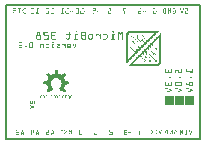
<source format=gbo>
G04 MADE WITH FRITZING*
G04 WWW.FRITZING.ORG*
G04 DOUBLE SIDED*
G04 HOLES PLATED*
G04 CONTOUR ON CENTER OF CONTOUR VECTOR*
%ASAXBY*%
%FSLAX23Y23*%
%MOIN*%
%OFA0B0*%
%SFA1.0B1.0*%
%ADD10R,0.655324X0.456693X0.639324X0.440693*%
%ADD11C,0.008000*%
%ADD12R,0.001000X0.001000*%
%LNSILK0*%
G90*
G70*
G54D11*
X4Y453D02*
X651Y453D01*
X651Y4D01*
X4Y4D01*
X4Y453D01*
D02*
G36*
X566Y148D02*
X597Y148D01*
X597Y117D01*
X566Y117D01*
X566Y148D01*
G37*
D02*
G36*
X533Y148D02*
X564Y148D01*
X564Y117D01*
X533Y117D01*
X533Y148D01*
G37*
D02*
G36*
X599Y148D02*
X630Y148D01*
X630Y117D01*
X599Y117D01*
X599Y148D01*
G37*
D02*
G36*
X508Y366D02*
X508Y365D01*
X511Y365D01*
X511Y365D01*
X512Y365D01*
X512Y364D01*
X513Y364D01*
X513Y364D01*
X512Y364D01*
X512Y363D01*
X511Y363D01*
X511Y363D01*
X511Y363D01*
X511Y362D01*
X510Y362D01*
X510Y362D01*
X510Y362D01*
X510Y361D01*
X509Y361D01*
X509Y360D01*
X509Y360D01*
X509Y360D01*
X421Y360D01*
X421Y359D01*
X419Y359D01*
X419Y359D01*
X418Y359D01*
X418Y358D01*
X417Y358D01*
X417Y358D01*
X416Y358D01*
X416Y357D01*
X415Y357D01*
X415Y357D01*
X414Y357D01*
X414Y356D01*
X414Y356D01*
X414Y356D01*
X413Y356D01*
X413Y355D01*
X413Y355D01*
X413Y355D01*
X412Y355D01*
X412Y353D01*
X412Y353D01*
X412Y353D01*
X411Y353D01*
X411Y352D01*
X411Y352D01*
X411Y350D01*
X410Y350D01*
X410Y271D01*
X404Y271D01*
X404Y355D01*
X405Y355D01*
X405Y357D01*
X405Y357D01*
X405Y358D01*
X406Y358D01*
X406Y359D01*
X406Y359D01*
X406Y359D01*
X407Y359D01*
X407Y360D01*
X407Y360D01*
X407Y361D01*
X408Y361D01*
X408Y362D01*
X408Y362D01*
X408Y362D01*
X409Y362D01*
X409Y363D01*
X410Y363D01*
X410Y363D01*
X411Y363D01*
X411Y364D01*
X412Y364D01*
X412Y364D01*
X413Y364D01*
X413Y365D01*
X414Y365D01*
X414Y365D01*
X417Y365D01*
X417Y366D01*
X508Y366D01*
G37*
D02*
G36*
X508Y360D02*
X508Y359D01*
X508Y359D01*
X508Y359D01*
X507Y359D01*
X507Y358D01*
X507Y358D01*
X507Y358D01*
X506Y358D01*
X506Y357D01*
X505Y357D01*
X505Y357D01*
X505Y357D01*
X505Y356D01*
X504Y356D01*
X504Y356D01*
X504Y356D01*
X504Y355D01*
X503Y355D01*
X503Y355D01*
X503Y355D01*
X503Y354D01*
X502Y354D01*
X502Y353D01*
X502Y353D01*
X502Y353D01*
X501Y353D01*
X501Y352D01*
X501Y352D01*
X501Y352D01*
X500Y352D01*
X500Y351D01*
X499Y351D01*
X499Y351D01*
X499Y351D01*
X499Y350D01*
X498Y350D01*
X498Y350D01*
X498Y350D01*
X498Y349D01*
X497Y349D01*
X497Y349D01*
X497Y349D01*
X497Y348D01*
X496Y348D01*
X496Y347D01*
X496Y347D01*
X496Y347D01*
X495Y347D01*
X495Y346D01*
X495Y346D01*
X495Y346D01*
X494Y346D01*
X494Y345D01*
X494Y345D01*
X494Y345D01*
X493Y345D01*
X493Y344D01*
X492Y344D01*
X492Y344D01*
X492Y344D01*
X492Y343D01*
X491Y343D01*
X491Y343D01*
X491Y343D01*
X491Y342D01*
X490Y342D01*
X490Y342D01*
X490Y342D01*
X490Y341D01*
X489Y341D01*
X489Y340D01*
X489Y340D01*
X489Y340D01*
X488Y340D01*
X488Y339D01*
X488Y339D01*
X488Y339D01*
X487Y339D01*
X487Y338D01*
X486Y338D01*
X486Y338D01*
X486Y338D01*
X486Y337D01*
X485Y337D01*
X485Y337D01*
X485Y337D01*
X485Y336D01*
X484Y336D01*
X484Y336D01*
X484Y336D01*
X484Y335D01*
X475Y335D01*
X475Y336D01*
X476Y336D01*
X476Y336D01*
X476Y336D01*
X476Y337D01*
X477Y337D01*
X477Y337D01*
X477Y337D01*
X477Y338D01*
X478Y338D01*
X478Y338D01*
X478Y338D01*
X478Y339D01*
X479Y339D01*
X479Y339D01*
X479Y339D01*
X479Y340D01*
X480Y340D01*
X480Y340D01*
X481Y340D01*
X481Y341D01*
X481Y341D01*
X481Y342D01*
X482Y342D01*
X482Y342D01*
X482Y342D01*
X482Y343D01*
X483Y343D01*
X483Y343D01*
X483Y343D01*
X483Y344D01*
X484Y344D01*
X484Y344D01*
X484Y344D01*
X484Y345D01*
X485Y345D01*
X485Y345D01*
X485Y345D01*
X485Y346D01*
X486Y346D01*
X486Y346D01*
X486Y346D01*
X486Y347D01*
X487Y347D01*
X487Y347D01*
X488Y347D01*
X488Y348D01*
X488Y348D01*
X488Y349D01*
X489Y349D01*
X489Y349D01*
X489Y349D01*
X489Y350D01*
X490Y350D01*
X490Y350D01*
X490Y350D01*
X490Y351D01*
X491Y351D01*
X491Y351D01*
X491Y351D01*
X491Y352D01*
X492Y352D01*
X492Y352D01*
X492Y352D01*
X492Y353D01*
X493Y353D01*
X493Y353D01*
X494Y353D01*
X494Y354D01*
X494Y354D01*
X494Y355D01*
X495Y355D01*
X495Y355D01*
X495Y355D01*
X495Y356D01*
X496Y356D01*
X496Y356D01*
X496Y356D01*
X496Y357D01*
X497Y357D01*
X497Y357D01*
X497Y357D01*
X497Y358D01*
X498Y358D01*
X498Y358D01*
X498Y358D01*
X498Y359D01*
X499Y359D01*
X499Y360D01*
X508Y360D01*
G37*
D02*
G36*
X424Y352D02*
X424Y352D01*
X424Y352D01*
X424Y351D01*
X425Y351D01*
X425Y351D01*
X421Y351D01*
X421Y350D01*
X420Y350D01*
X420Y349D01*
X421Y349D01*
X421Y347D01*
X419Y347D01*
X419Y348D01*
X419Y348D01*
X419Y350D01*
X419Y350D01*
X419Y351D01*
X420Y351D01*
X420Y352D01*
X420Y352D01*
X420Y352D01*
X424Y352D01*
G37*
D02*
G36*
X443Y352D02*
X443Y351D01*
X444Y351D01*
X444Y351D01*
X444Y351D01*
X444Y350D01*
X440Y350D01*
X440Y350D01*
X440Y350D01*
X440Y347D01*
X440Y347D01*
X440Y347D01*
X438Y347D01*
X438Y350D01*
X439Y350D01*
X439Y351D01*
X439Y351D01*
X439Y351D01*
X440Y351D01*
X440Y352D01*
X443Y352D01*
G37*
D02*
G36*
X461Y351D02*
X461Y350D01*
X462Y350D01*
X462Y350D01*
X463Y350D01*
X463Y349D01*
X459Y349D01*
X459Y349D01*
X458Y349D01*
X458Y346D01*
X459Y346D01*
X459Y346D01*
X457Y346D01*
X457Y347D01*
X456Y347D01*
X456Y348D01*
X457Y348D01*
X457Y349D01*
X457Y349D01*
X457Y350D01*
X458Y350D01*
X458Y350D01*
X458Y350D01*
X458Y351D01*
X461Y351D01*
G37*
D02*
G36*
X425Y351D02*
X425Y347D01*
X423Y347D01*
X423Y348D01*
X424Y348D01*
X424Y350D01*
X423Y350D01*
X423Y351D01*
X425Y351D01*
G37*
D02*
G36*
X445Y350D02*
X445Y347D01*
X443Y347D01*
X443Y347D01*
X443Y347D01*
X443Y350D01*
X442Y350D01*
X442Y350D01*
X445Y350D01*
G37*
D02*
G36*
X463Y349D02*
X463Y349D01*
X463Y349D01*
X463Y346D01*
X463Y346D01*
X463Y346D01*
X461Y346D01*
X461Y347D01*
X462Y347D01*
X462Y348D01*
X461Y348D01*
X461Y349D01*
X460Y349D01*
X460Y349D01*
X463Y349D01*
G37*
D02*
G36*
X425Y347D02*
X425Y347D01*
X419Y347D01*
X419Y347D01*
X425Y347D01*
G37*
D02*
G36*
X425Y347D02*
X425Y347D01*
X419Y347D01*
X419Y347D01*
X425Y347D01*
G37*
D02*
G36*
X444Y347D02*
X444Y346D01*
X439Y346D01*
X439Y347D01*
X444Y347D01*
G37*
D02*
G36*
X444Y347D02*
X444Y346D01*
X439Y346D01*
X439Y347D01*
X444Y347D01*
G37*
D02*
G36*
X425Y347D02*
X425Y346D01*
X426Y346D01*
X426Y346D01*
X426Y346D01*
X426Y345D01*
X427Y345D01*
X427Y345D01*
X427Y345D01*
X427Y344D01*
X428Y344D01*
X428Y344D01*
X429Y344D01*
X429Y343D01*
X429Y343D01*
X429Y343D01*
X430Y343D01*
X430Y342D01*
X430Y342D01*
X430Y342D01*
X431Y342D01*
X431Y341D01*
X431Y341D01*
X431Y340D01*
X432Y340D01*
X432Y340D01*
X432Y340D01*
X432Y339D01*
X433Y339D01*
X433Y339D01*
X433Y339D01*
X433Y338D01*
X434Y338D01*
X434Y338D01*
X434Y338D01*
X434Y337D01*
X435Y337D01*
X435Y337D01*
X436Y337D01*
X436Y336D01*
X436Y336D01*
X436Y336D01*
X437Y336D01*
X437Y335D01*
X437Y335D01*
X437Y334D01*
X438Y334D01*
X438Y334D01*
X438Y334D01*
X438Y333D01*
X439Y333D01*
X439Y333D01*
X439Y333D01*
X439Y332D01*
X440Y332D01*
X440Y332D01*
X440Y332D01*
X440Y331D01*
X441Y331D01*
X441Y331D01*
X442Y331D01*
X442Y330D01*
X442Y330D01*
X442Y330D01*
X443Y330D01*
X443Y329D01*
X443Y329D01*
X443Y329D01*
X444Y329D01*
X444Y328D01*
X444Y328D01*
X444Y327D01*
X445Y327D01*
X445Y327D01*
X445Y327D01*
X445Y314D01*
X446Y314D01*
X446Y312D01*
X444Y312D01*
X444Y326D01*
X444Y326D01*
X444Y327D01*
X443Y327D01*
X443Y327D01*
X443Y327D01*
X443Y328D01*
X442Y328D01*
X442Y329D01*
X442Y329D01*
X442Y329D01*
X441Y329D01*
X441Y330D01*
X440Y330D01*
X440Y330D01*
X440Y330D01*
X440Y331D01*
X439Y331D01*
X439Y331D01*
X439Y331D01*
X439Y332D01*
X438Y332D01*
X438Y332D01*
X438Y332D01*
X438Y333D01*
X437Y333D01*
X437Y333D01*
X437Y333D01*
X437Y334D01*
X436Y334D01*
X436Y334D01*
X436Y334D01*
X436Y335D01*
X435Y335D01*
X435Y336D01*
X434Y336D01*
X434Y336D01*
X434Y336D01*
X434Y337D01*
X433Y337D01*
X433Y337D01*
X433Y337D01*
X433Y338D01*
X432Y338D01*
X432Y338D01*
X432Y338D01*
X432Y339D01*
X431Y339D01*
X431Y339D01*
X431Y339D01*
X431Y340D01*
X430Y340D01*
X430Y340D01*
X430Y340D01*
X430Y341D01*
X429Y341D01*
X429Y342D01*
X429Y342D01*
X429Y342D01*
X428Y342D01*
X428Y343D01*
X427Y343D01*
X427Y343D01*
X427Y343D01*
X427Y344D01*
X426Y344D01*
X426Y344D01*
X426Y344D01*
X426Y345D01*
X425Y345D01*
X425Y345D01*
X425Y345D01*
X425Y346D01*
X420Y346D01*
X420Y346D01*
X420Y346D01*
X420Y347D01*
X425Y347D01*
G37*
D02*
G36*
X444Y346D02*
X444Y346D01*
X443Y346D01*
X443Y345D01*
X442Y345D01*
X442Y341D01*
X442Y341D01*
X442Y340D01*
X443Y340D01*
X443Y340D01*
X443Y340D01*
X443Y339D01*
X444Y339D01*
X444Y339D01*
X444Y339D01*
X444Y338D01*
X445Y338D01*
X445Y338D01*
X445Y338D01*
X445Y337D01*
X446Y337D01*
X446Y337D01*
X446Y337D01*
X446Y336D01*
X447Y336D01*
X447Y336D01*
X447Y336D01*
X447Y335D01*
X448Y335D01*
X448Y334D01*
X449Y334D01*
X449Y334D01*
X449Y334D01*
X449Y333D01*
X450Y333D01*
X450Y333D01*
X450Y333D01*
X450Y332D01*
X451Y332D01*
X451Y332D01*
X451Y332D01*
X451Y331D01*
X452Y331D01*
X452Y331D01*
X452Y331D01*
X452Y330D01*
X453Y330D01*
X453Y330D01*
X453Y330D01*
X453Y329D01*
X454Y329D01*
X454Y329D01*
X455Y329D01*
X455Y320D01*
X453Y320D01*
X453Y327D01*
X453Y327D01*
X453Y328D01*
X452Y328D01*
X452Y329D01*
X452Y329D01*
X452Y329D01*
X451Y329D01*
X451Y330D01*
X451Y330D01*
X451Y330D01*
X450Y330D01*
X450Y331D01*
X450Y331D01*
X450Y331D01*
X449Y331D01*
X449Y332D01*
X449Y332D01*
X449Y332D01*
X448Y332D01*
X448Y333D01*
X447Y333D01*
X447Y333D01*
X447Y333D01*
X447Y334D01*
X446Y334D01*
X446Y334D01*
X446Y334D01*
X446Y335D01*
X445Y335D01*
X445Y336D01*
X445Y336D01*
X445Y336D01*
X444Y336D01*
X444Y337D01*
X444Y337D01*
X444Y337D01*
X443Y337D01*
X443Y338D01*
X443Y338D01*
X443Y338D01*
X442Y338D01*
X442Y339D01*
X442Y339D01*
X442Y339D01*
X441Y339D01*
X441Y340D01*
X440Y340D01*
X440Y345D01*
X440Y345D01*
X440Y346D01*
X439Y346D01*
X439Y346D01*
X444Y346D01*
G37*
D02*
G36*
X463Y346D02*
X463Y345D01*
X457Y345D01*
X457Y346D01*
X463Y346D01*
G37*
D02*
G36*
X463Y346D02*
X463Y345D01*
X457Y345D01*
X457Y346D01*
X463Y346D01*
G37*
D02*
G36*
X463Y345D02*
X463Y344D01*
X460Y344D01*
X460Y344D01*
X459Y344D01*
X459Y344D01*
X458Y344D01*
X458Y345D01*
X457Y345D01*
X457Y345D01*
X463Y345D01*
G37*
D02*
G36*
X463Y344D02*
X463Y344D01*
X464Y344D01*
X464Y343D01*
X464Y343D01*
X464Y343D01*
X465Y343D01*
X465Y342D01*
X465Y342D01*
X465Y342D01*
X466Y342D01*
X466Y341D01*
X466Y341D01*
X466Y340D01*
X467Y340D01*
X467Y340D01*
X468Y340D01*
X468Y339D01*
X468Y339D01*
X468Y339D01*
X469Y339D01*
X469Y338D01*
X469Y338D01*
X469Y338D01*
X470Y338D01*
X470Y337D01*
X470Y337D01*
X470Y337D01*
X471Y337D01*
X471Y336D01*
X469Y336D01*
X469Y337D01*
X469Y337D01*
X469Y337D01*
X468Y337D01*
X468Y338D01*
X468Y338D01*
X468Y338D01*
X467Y338D01*
X467Y339D01*
X466Y339D01*
X466Y339D01*
X466Y339D01*
X466Y340D01*
X465Y340D01*
X465Y340D01*
X465Y340D01*
X465Y341D01*
X464Y341D01*
X464Y342D01*
X464Y342D01*
X464Y342D01*
X463Y342D01*
X463Y343D01*
X463Y343D01*
X463Y343D01*
X462Y343D01*
X462Y344D01*
X462Y344D01*
X462Y344D01*
X463Y344D01*
G37*
D02*
G36*
X457Y340D02*
X457Y339D01*
X458Y339D01*
X458Y339D01*
X458Y339D01*
X458Y338D01*
X455Y338D01*
X455Y338D01*
X454Y338D01*
X454Y336D01*
X455Y336D01*
X455Y335D01*
X452Y335D01*
X452Y338D01*
X453Y338D01*
X453Y339D01*
X453Y339D01*
X453Y339D01*
X454Y339D01*
X454Y340D01*
X457Y340D01*
G37*
D02*
G36*
X459Y338D02*
X459Y335D01*
X457Y335D01*
X457Y336D01*
X457Y336D01*
X457Y338D01*
X457Y338D01*
X457Y338D01*
X459Y338D01*
G37*
D02*
G36*
X473Y337D02*
X473Y336D01*
X472Y336D01*
X472Y337D01*
X473Y337D01*
G37*
D02*
G36*
X473Y336D02*
X473Y336D01*
X470Y336D01*
X470Y336D01*
X473Y336D01*
G37*
D02*
G36*
X473Y336D02*
X473Y336D01*
X470Y336D01*
X470Y336D01*
X473Y336D01*
G37*
D02*
G36*
X474Y336D02*
X474Y335D01*
X470Y335D01*
X470Y336D01*
X474Y336D01*
G37*
D02*
G36*
X483Y335D02*
X483Y334D01*
X470Y334D01*
X470Y335D01*
X483Y335D01*
G37*
D02*
G36*
X483Y335D02*
X483Y334D01*
X470Y334D01*
X470Y335D01*
X483Y335D01*
G37*
D02*
G36*
X458Y335D02*
X458Y334D01*
X453Y334D01*
X453Y335D01*
X458Y335D01*
G37*
D02*
G36*
X458Y335D02*
X458Y334D01*
X453Y334D01*
X453Y335D01*
X458Y335D01*
G37*
D02*
G36*
X483Y334D02*
X483Y334D01*
X482Y334D01*
X482Y333D01*
X482Y333D01*
X482Y333D01*
X481Y333D01*
X481Y332D01*
X481Y332D01*
X481Y332D01*
X480Y332D01*
X480Y331D01*
X479Y331D01*
X479Y331D01*
X479Y331D01*
X479Y330D01*
X478Y330D01*
X478Y330D01*
X478Y330D01*
X478Y329D01*
X477Y329D01*
X477Y329D01*
X477Y329D01*
X477Y328D01*
X476Y328D01*
X476Y327D01*
X468Y327D01*
X468Y328D01*
X468Y328D01*
X468Y329D01*
X469Y329D01*
X469Y329D01*
X469Y329D01*
X469Y330D01*
X470Y330D01*
X470Y330D01*
X470Y330D01*
X470Y331D01*
X471Y331D01*
X471Y332D01*
X470Y332D01*
X470Y333D01*
X470Y333D01*
X470Y333D01*
X469Y333D01*
X469Y334D01*
X470Y334D01*
X470Y334D01*
X483Y334D01*
G37*
D02*
G36*
X458Y334D02*
X458Y334D01*
X459Y334D01*
X459Y333D01*
X459Y333D01*
X459Y333D01*
X460Y333D01*
X460Y332D01*
X460Y332D01*
X460Y332D01*
X461Y332D01*
X461Y331D01*
X462Y331D01*
X462Y331D01*
X462Y331D01*
X462Y330D01*
X463Y330D01*
X463Y330D01*
X463Y330D01*
X463Y329D01*
X462Y329D01*
X462Y330D01*
X461Y330D01*
X461Y330D01*
X460Y330D01*
X460Y331D01*
X460Y331D01*
X460Y331D01*
X459Y331D01*
X459Y332D01*
X459Y332D01*
X459Y332D01*
X458Y332D01*
X458Y333D01*
X458Y333D01*
X458Y333D01*
X454Y333D01*
X454Y334D01*
X453Y334D01*
X453Y334D01*
X458Y334D01*
G37*
D02*
G36*
X429Y331D02*
X429Y330D01*
X429Y330D01*
X429Y330D01*
X430Y330D01*
X430Y329D01*
X426Y329D01*
X426Y329D01*
X425Y329D01*
X425Y326D01*
X426Y326D01*
X426Y326D01*
X424Y326D01*
X424Y329D01*
X424Y329D01*
X424Y330D01*
X425Y330D01*
X425Y330D01*
X425Y330D01*
X425Y331D01*
X429Y331D01*
G37*
D02*
G36*
X465Y330D02*
X465Y329D01*
X464Y329D01*
X464Y330D01*
X465Y330D01*
G37*
D02*
G36*
X465Y329D02*
X465Y329D01*
X462Y329D01*
X462Y329D01*
X465Y329D01*
G37*
D02*
G36*
X465Y329D02*
X465Y329D01*
X462Y329D01*
X462Y329D01*
X465Y329D01*
G37*
D02*
G36*
X430Y329D02*
X430Y329D01*
X430Y329D01*
X430Y326D01*
X428Y326D01*
X428Y327D01*
X429Y327D01*
X429Y328D01*
X428Y328D01*
X428Y329D01*
X427Y329D01*
X427Y329D01*
X430Y329D01*
G37*
D02*
G36*
X466Y329D02*
X466Y328D01*
X466Y328D01*
X466Y327D01*
X463Y327D01*
X463Y329D01*
X466Y329D01*
G37*
D02*
G36*
X476Y327D02*
X476Y327D01*
X462Y327D01*
X462Y327D01*
X476Y327D01*
G37*
D02*
G36*
X476Y327D02*
X476Y327D01*
X462Y327D01*
X462Y327D01*
X476Y327D01*
G37*
D02*
G36*
X475Y327D02*
X475Y326D01*
X475Y326D01*
X475Y326D01*
X474Y326D01*
X474Y325D01*
X473Y325D01*
X473Y325D01*
X473Y325D01*
X473Y324D01*
X472Y324D01*
X472Y324D01*
X472Y324D01*
X472Y323D01*
X471Y323D01*
X471Y323D01*
X471Y323D01*
X471Y322D01*
X470Y322D01*
X470Y321D01*
X470Y321D01*
X470Y321D01*
X469Y321D01*
X469Y320D01*
X469Y320D01*
X469Y320D01*
X468Y320D01*
X468Y319D01*
X459Y319D01*
X459Y320D01*
X460Y320D01*
X460Y320D01*
X460Y320D01*
X460Y321D01*
X461Y321D01*
X461Y321D01*
X462Y321D01*
X462Y322D01*
X462Y322D01*
X462Y323D01*
X463Y323D01*
X463Y323D01*
X463Y323D01*
X463Y324D01*
X464Y324D01*
X464Y324D01*
X463Y324D01*
X463Y325D01*
X463Y325D01*
X463Y325D01*
X462Y325D01*
X462Y326D01*
X462Y326D01*
X462Y327D01*
X475Y327D01*
G37*
D02*
G36*
X430Y326D02*
X430Y325D01*
X424Y325D01*
X424Y326D01*
X430Y326D01*
G37*
D02*
G36*
X430Y326D02*
X430Y325D01*
X424Y325D01*
X424Y326D01*
X430Y326D01*
G37*
D02*
G36*
X430Y325D02*
X430Y325D01*
X431Y325D01*
X431Y324D01*
X431Y324D01*
X431Y324D01*
X432Y324D01*
X432Y323D01*
X432Y323D01*
X432Y323D01*
X433Y323D01*
X433Y322D01*
X433Y322D01*
X433Y321D01*
X434Y321D01*
X434Y321D01*
X434Y321D01*
X434Y320D01*
X435Y320D01*
X435Y320D01*
X436Y320D01*
X436Y319D01*
X436Y319D01*
X436Y319D01*
X437Y319D01*
X437Y318D01*
X437Y318D01*
X437Y318D01*
X438Y318D01*
X438Y305D01*
X438Y305D01*
X438Y304D01*
X437Y304D01*
X437Y317D01*
X436Y317D01*
X436Y317D01*
X436Y317D01*
X436Y318D01*
X435Y318D01*
X435Y318D01*
X434Y318D01*
X434Y319D01*
X434Y319D01*
X434Y319D01*
X433Y319D01*
X433Y320D01*
X433Y320D01*
X433Y320D01*
X432Y320D01*
X432Y321D01*
X432Y321D01*
X432Y321D01*
X431Y321D01*
X431Y322D01*
X431Y322D01*
X431Y323D01*
X430Y323D01*
X430Y323D01*
X430Y323D01*
X430Y324D01*
X429Y324D01*
X429Y324D01*
X425Y324D01*
X425Y325D01*
X424Y325D01*
X424Y325D01*
X430Y325D01*
G37*
D02*
G36*
X457Y321D02*
X457Y321D01*
X457Y321D01*
X457Y320D01*
X456Y320D01*
X456Y321D01*
X456Y321D01*
X456Y321D01*
X457Y321D01*
G37*
D02*
G36*
X458Y320D02*
X458Y320D01*
X453Y320D01*
X453Y320D01*
X458Y320D01*
G37*
D02*
G36*
X458Y320D02*
X458Y320D01*
X453Y320D01*
X453Y320D01*
X458Y320D01*
G37*
D02*
G36*
X458Y320D02*
X458Y319D01*
X453Y319D01*
X453Y320D01*
X458Y320D01*
G37*
D02*
G36*
X468Y319D02*
X468Y319D01*
X454Y319D01*
X454Y319D01*
X468Y319D01*
G37*
D02*
G36*
X468Y319D02*
X468Y319D01*
X454Y319D01*
X454Y319D01*
X468Y319D01*
G37*
D02*
G36*
X467Y319D02*
X467Y318D01*
X466Y318D01*
X466Y318D01*
X466Y318D01*
X466Y317D01*
X465Y317D01*
X465Y317D01*
X465Y317D01*
X465Y316D01*
X464Y316D01*
X464Y316D01*
X464Y316D01*
X464Y315D01*
X463Y315D01*
X463Y314D01*
X463Y314D01*
X463Y314D01*
X462Y314D01*
X462Y313D01*
X462Y313D01*
X462Y313D01*
X461Y313D01*
X461Y312D01*
X460Y312D01*
X460Y312D01*
X460Y312D01*
X460Y311D01*
X459Y311D01*
X459Y311D01*
X451Y311D01*
X451Y311D01*
X451Y311D01*
X451Y312D01*
X452Y312D01*
X452Y312D01*
X452Y312D01*
X452Y313D01*
X453Y313D01*
X453Y313D01*
X453Y313D01*
X453Y314D01*
X454Y314D01*
X454Y314D01*
X455Y314D01*
X455Y315D01*
X455Y315D01*
X455Y317D01*
X455Y317D01*
X455Y317D01*
X454Y317D01*
X454Y318D01*
X453Y318D01*
X453Y319D01*
X467Y319D01*
G37*
D02*
G36*
X448Y313D02*
X448Y312D01*
X449Y312D01*
X449Y312D01*
X447Y312D01*
X447Y312D01*
X447Y312D01*
X447Y313D01*
X448Y313D01*
G37*
D02*
G36*
X421Y313D02*
X421Y312D01*
X423Y312D01*
X423Y312D01*
X423Y312D01*
X423Y311D01*
X424Y311D01*
X424Y311D01*
X419Y311D01*
X419Y308D01*
X418Y308D01*
X418Y308D01*
X417Y308D01*
X417Y310D01*
X418Y310D01*
X418Y311D01*
X418Y311D01*
X418Y312D01*
X419Y312D01*
X419Y312D01*
X420Y312D01*
X420Y313D01*
X421Y313D01*
G37*
D02*
G36*
X449Y312D02*
X449Y311D01*
X445Y311D01*
X445Y312D01*
X449Y312D01*
G37*
D02*
G36*
X449Y312D02*
X449Y311D01*
X445Y311D01*
X445Y312D01*
X449Y312D01*
G37*
D02*
G36*
X450Y311D02*
X450Y311D01*
X445Y311D01*
X445Y311D01*
X450Y311D01*
G37*
D02*
G36*
X459Y311D02*
X459Y310D01*
X445Y310D01*
X445Y311D01*
X459Y311D01*
G37*
D02*
G36*
X459Y311D02*
X459Y310D01*
X445Y310D01*
X445Y311D01*
X459Y311D01*
G37*
D02*
G36*
X424Y311D02*
X424Y310D01*
X424Y310D01*
X424Y308D01*
X424Y308D01*
X424Y308D01*
X422Y308D01*
X422Y311D01*
X424Y311D01*
G37*
D02*
G36*
X458Y310D02*
X458Y310D01*
X458Y310D01*
X458Y309D01*
X457Y309D01*
X457Y308D01*
X457Y308D01*
X457Y308D01*
X456Y308D01*
X456Y307D01*
X456Y307D01*
X456Y307D01*
X455Y307D01*
X455Y306D01*
X455Y306D01*
X455Y306D01*
X454Y306D01*
X454Y305D01*
X453Y305D01*
X453Y305D01*
X453Y305D01*
X453Y304D01*
X452Y304D01*
X452Y304D01*
X452Y304D01*
X452Y303D01*
X443Y303D01*
X443Y304D01*
X444Y304D01*
X444Y304D01*
X444Y304D01*
X444Y305D01*
X445Y305D01*
X445Y305D01*
X445Y305D01*
X445Y306D01*
X446Y306D01*
X446Y306D01*
X446Y306D01*
X446Y308D01*
X446Y308D01*
X446Y308D01*
X445Y308D01*
X445Y309D01*
X445Y309D01*
X445Y310D01*
X458Y310D01*
G37*
D02*
G36*
X424Y308D02*
X424Y307D01*
X418Y307D01*
X418Y308D01*
X424Y308D01*
G37*
D02*
G36*
X424Y308D02*
X424Y307D01*
X418Y307D01*
X418Y308D01*
X424Y308D01*
G37*
D02*
G36*
X423Y307D02*
X423Y307D01*
X424Y307D01*
X424Y306D01*
X421Y306D01*
X421Y306D01*
X420Y306D01*
X420Y306D01*
X419Y306D01*
X419Y307D01*
X418Y307D01*
X418Y307D01*
X423Y307D01*
G37*
D02*
G36*
X424Y306D02*
X424Y306D01*
X425Y306D01*
X425Y305D01*
X425Y305D01*
X425Y305D01*
X426Y305D01*
X426Y304D01*
X426Y304D01*
X426Y304D01*
X427Y304D01*
X427Y303D01*
X427Y303D01*
X427Y303D01*
X428Y303D01*
X428Y302D01*
X429Y302D01*
X429Y301D01*
X429Y301D01*
X429Y301D01*
X430Y301D01*
X430Y300D01*
X430Y300D01*
X430Y300D01*
X431Y300D01*
X431Y299D01*
X431Y299D01*
X431Y299D01*
X432Y299D01*
X432Y298D01*
X430Y298D01*
X430Y299D01*
X429Y299D01*
X429Y299D01*
X429Y299D01*
X429Y300D01*
X428Y300D01*
X428Y300D01*
X427Y300D01*
X427Y301D01*
X427Y301D01*
X427Y301D01*
X426Y301D01*
X426Y302D01*
X426Y302D01*
X426Y303D01*
X425Y303D01*
X425Y303D01*
X425Y303D01*
X425Y304D01*
X424Y304D01*
X424Y304D01*
X424Y304D01*
X424Y305D01*
X423Y305D01*
X423Y305D01*
X423Y305D01*
X423Y306D01*
X422Y306D01*
X422Y306D01*
X424Y306D01*
G37*
D02*
G36*
X440Y305D02*
X440Y304D01*
X439Y304D01*
X439Y305D01*
X440Y305D01*
G37*
D02*
G36*
X441Y304D02*
X441Y304D01*
X437Y304D01*
X437Y304D01*
X441Y304D01*
G37*
D02*
G36*
X441Y304D02*
X441Y304D01*
X437Y304D01*
X437Y304D01*
X441Y304D01*
G37*
D02*
G36*
X442Y304D02*
X442Y303D01*
X438Y303D01*
X438Y304D01*
X442Y304D01*
G37*
D02*
G36*
X451Y303D02*
X451Y303D01*
X438Y303D01*
X438Y303D01*
X451Y303D01*
G37*
D02*
G36*
X451Y303D02*
X451Y303D01*
X438Y303D01*
X438Y303D01*
X451Y303D01*
G37*
D02*
G36*
X451Y303D02*
X451Y302D01*
X450Y302D01*
X450Y301D01*
X450Y301D01*
X450Y301D01*
X449Y301D01*
X449Y300D01*
X449Y300D01*
X449Y300D01*
X448Y300D01*
X448Y299D01*
X447Y299D01*
X447Y299D01*
X447Y299D01*
X447Y298D01*
X446Y298D01*
X446Y298D01*
X446Y298D01*
X446Y297D01*
X445Y297D01*
X445Y297D01*
X437Y297D01*
X437Y297D01*
X437Y297D01*
X437Y298D01*
X438Y298D01*
X438Y298D01*
X438Y298D01*
X438Y299D01*
X439Y299D01*
X439Y300D01*
X438Y300D01*
X438Y301D01*
X438Y301D01*
X438Y301D01*
X437Y301D01*
X437Y303D01*
X451Y303D01*
G37*
D02*
G36*
X433Y299D02*
X433Y298D01*
X433Y298D01*
X433Y299D01*
X433Y299D01*
G37*
D02*
G36*
X434Y298D02*
X434Y298D01*
X430Y298D01*
X430Y298D01*
X434Y298D01*
G37*
D02*
G36*
X434Y298D02*
X434Y298D01*
X430Y298D01*
X430Y298D01*
X434Y298D01*
G37*
D02*
G36*
X434Y298D02*
X434Y297D01*
X435Y297D01*
X435Y297D01*
X431Y297D01*
X431Y297D01*
X431Y297D01*
X431Y298D01*
X434Y298D01*
G37*
D02*
G36*
X445Y297D02*
X445Y296D01*
X431Y296D01*
X431Y297D01*
X445Y297D01*
G37*
D02*
G36*
X445Y297D02*
X445Y296D01*
X431Y296D01*
X431Y297D01*
X445Y297D01*
G37*
D02*
G36*
X444Y296D02*
X444Y295D01*
X444Y295D01*
X444Y295D01*
X443Y295D01*
X443Y294D01*
X443Y294D01*
X443Y294D01*
X442Y294D01*
X442Y293D01*
X442Y293D01*
X442Y293D01*
X441Y293D01*
X441Y292D01*
X440Y292D01*
X440Y292D01*
X440Y292D01*
X440Y291D01*
X439Y291D01*
X439Y291D01*
X439Y291D01*
X439Y290D01*
X438Y290D01*
X438Y290D01*
X438Y290D01*
X438Y289D01*
X437Y289D01*
X437Y288D01*
X437Y288D01*
X437Y288D01*
X436Y288D01*
X436Y287D01*
X436Y287D01*
X436Y287D01*
X435Y287D01*
X435Y286D01*
X434Y286D01*
X434Y286D01*
X434Y286D01*
X434Y285D01*
X433Y285D01*
X433Y285D01*
X433Y285D01*
X433Y284D01*
X432Y284D01*
X432Y284D01*
X432Y284D01*
X432Y283D01*
X431Y283D01*
X431Y282D01*
X431Y282D01*
X431Y282D01*
X430Y282D01*
X430Y281D01*
X430Y281D01*
X430Y281D01*
X429Y281D01*
X429Y280D01*
X429Y280D01*
X429Y280D01*
X428Y280D01*
X428Y279D01*
X427Y279D01*
X427Y279D01*
X427Y279D01*
X427Y278D01*
X426Y278D01*
X426Y278D01*
X426Y278D01*
X426Y277D01*
X425Y277D01*
X425Y277D01*
X425Y277D01*
X425Y276D01*
X424Y276D01*
X424Y275D01*
X424Y275D01*
X424Y275D01*
X423Y275D01*
X423Y274D01*
X423Y274D01*
X423Y274D01*
X422Y274D01*
X422Y273D01*
X421Y273D01*
X421Y273D01*
X421Y273D01*
X421Y272D01*
X420Y272D01*
X420Y272D01*
X420Y272D01*
X420Y271D01*
X419Y271D01*
X419Y271D01*
X411Y271D01*
X411Y271D01*
X411Y271D01*
X411Y272D01*
X412Y272D01*
X412Y272D01*
X412Y272D01*
X412Y273D01*
X413Y273D01*
X413Y273D01*
X413Y273D01*
X413Y274D01*
X414Y274D01*
X414Y274D01*
X414Y274D01*
X414Y275D01*
X415Y275D01*
X415Y275D01*
X416Y275D01*
X416Y276D01*
X416Y276D01*
X416Y277D01*
X417Y277D01*
X417Y277D01*
X417Y277D01*
X417Y278D01*
X418Y278D01*
X418Y278D01*
X418Y278D01*
X418Y279D01*
X419Y279D01*
X419Y279D01*
X419Y279D01*
X419Y280D01*
X420Y280D01*
X420Y280D01*
X420Y280D01*
X420Y281D01*
X421Y281D01*
X421Y281D01*
X421Y281D01*
X421Y282D01*
X422Y282D01*
X422Y282D01*
X423Y282D01*
X423Y283D01*
X423Y283D01*
X423Y284D01*
X424Y284D01*
X424Y284D01*
X424Y284D01*
X424Y285D01*
X425Y285D01*
X425Y285D01*
X425Y285D01*
X425Y286D01*
X426Y286D01*
X426Y286D01*
X426Y286D01*
X426Y287D01*
X427Y287D01*
X427Y287D01*
X427Y287D01*
X427Y288D01*
X428Y288D01*
X428Y288D01*
X429Y288D01*
X429Y289D01*
X429Y289D01*
X429Y290D01*
X430Y290D01*
X430Y290D01*
X430Y290D01*
X430Y291D01*
X431Y291D01*
X431Y291D01*
X431Y291D01*
X431Y292D01*
X432Y292D01*
X432Y292D01*
X432Y292D01*
X432Y293D01*
X432Y293D01*
X432Y294D01*
X431Y294D01*
X431Y294D01*
X431Y294D01*
X431Y295D01*
X430Y295D01*
X430Y296D01*
X444Y296D01*
G37*
D02*
G36*
X419Y271D02*
X419Y270D01*
X404Y270D01*
X404Y271D01*
X419Y271D01*
G37*
D02*
G36*
X419Y271D02*
X419Y270D01*
X404Y270D01*
X404Y271D01*
X419Y271D01*
G37*
D02*
G36*
X418Y270D02*
X418Y269D01*
X418Y269D01*
X418Y269D01*
X417Y269D01*
X417Y268D01*
X417Y268D01*
X417Y268D01*
X416Y268D01*
X416Y267D01*
X416Y267D01*
X416Y267D01*
X415Y267D01*
X415Y266D01*
X414Y266D01*
X414Y266D01*
X414Y266D01*
X414Y265D01*
X413Y265D01*
X413Y265D01*
X413Y265D01*
X413Y264D01*
X412Y264D01*
X412Y263D01*
X412Y263D01*
X412Y263D01*
X411Y263D01*
X411Y262D01*
X411Y262D01*
X411Y262D01*
X410Y262D01*
X410Y261D01*
X410Y261D01*
X410Y261D01*
X409Y261D01*
X409Y260D01*
X408Y260D01*
X408Y260D01*
X408Y260D01*
X408Y259D01*
X407Y259D01*
X407Y259D01*
X407Y259D01*
X407Y258D01*
X406Y258D01*
X406Y258D01*
X406Y258D01*
X406Y257D01*
X405Y257D01*
X405Y258D01*
X405Y258D01*
X405Y260D01*
X404Y260D01*
X404Y270D01*
X418Y270D01*
G37*
D02*
G36*
X520Y357D02*
X520Y357D01*
X520Y357D01*
X520Y356D01*
X521Y356D01*
X521Y353D01*
X521Y353D01*
X521Y344D01*
X514Y344D01*
X514Y343D01*
X514Y343D01*
X514Y343D01*
X513Y343D01*
X513Y342D01*
X513Y342D01*
X513Y342D01*
X512Y342D01*
X512Y341D01*
X511Y341D01*
X511Y340D01*
X511Y340D01*
X511Y340D01*
X510Y340D01*
X510Y339D01*
X510Y339D01*
X510Y339D01*
X509Y339D01*
X509Y338D01*
X509Y338D01*
X509Y338D01*
X508Y338D01*
X508Y337D01*
X508Y337D01*
X508Y337D01*
X507Y337D01*
X507Y336D01*
X507Y336D01*
X507Y336D01*
X506Y336D01*
X506Y335D01*
X505Y335D01*
X505Y334D01*
X505Y334D01*
X505Y334D01*
X504Y334D01*
X504Y333D01*
X504Y333D01*
X504Y333D01*
X503Y333D01*
X503Y332D01*
X503Y332D01*
X503Y332D01*
X502Y332D01*
X502Y331D01*
X502Y331D01*
X502Y331D01*
X501Y331D01*
X501Y330D01*
X501Y330D01*
X501Y330D01*
X500Y330D01*
X500Y329D01*
X499Y329D01*
X499Y329D01*
X499Y329D01*
X499Y328D01*
X498Y328D01*
X498Y327D01*
X498Y327D01*
X498Y327D01*
X497Y327D01*
X497Y326D01*
X497Y326D01*
X497Y326D01*
X496Y326D01*
X496Y325D01*
X496Y325D01*
X496Y325D01*
X495Y325D01*
X495Y324D01*
X495Y324D01*
X495Y324D01*
X494Y324D01*
X494Y323D01*
X494Y323D01*
X494Y323D01*
X493Y323D01*
X493Y322D01*
X492Y322D01*
X492Y321D01*
X493Y321D01*
X493Y320D01*
X494Y320D01*
X494Y320D01*
X494Y320D01*
X494Y319D01*
X495Y319D01*
X495Y318D01*
X489Y318D01*
X489Y318D01*
X488Y318D01*
X488Y317D01*
X488Y317D01*
X488Y317D01*
X487Y317D01*
X487Y316D01*
X486Y316D01*
X486Y316D01*
X486Y316D01*
X486Y314D01*
X486Y314D01*
X486Y314D01*
X487Y314D01*
X487Y313D01*
X488Y313D01*
X488Y313D01*
X488Y313D01*
X488Y312D01*
X488Y312D01*
X488Y312D01*
X482Y312D01*
X482Y311D01*
X482Y311D01*
X482Y311D01*
X481Y311D01*
X481Y310D01*
X481Y310D01*
X481Y310D01*
X480Y310D01*
X480Y309D01*
X479Y309D01*
X479Y308D01*
X479Y308D01*
X479Y308D01*
X478Y308D01*
X478Y307D01*
X479Y307D01*
X479Y306D01*
X479Y306D01*
X479Y306D01*
X480Y306D01*
X480Y305D01*
X481Y305D01*
X481Y305D01*
X480Y305D01*
X480Y304D01*
X475Y304D01*
X475Y304D01*
X474Y304D01*
X474Y303D01*
X473Y303D01*
X473Y303D01*
X473Y303D01*
X473Y302D01*
X472Y302D01*
X472Y301D01*
X472Y301D01*
X472Y301D01*
X471Y301D01*
X471Y300D01*
X471Y300D01*
X471Y300D01*
X470Y300D01*
X470Y299D01*
X470Y299D01*
X470Y298D01*
X470Y298D01*
X470Y298D01*
X471Y298D01*
X471Y297D01*
X471Y297D01*
X471Y297D01*
X472Y297D01*
X472Y296D01*
X471Y296D01*
X471Y295D01*
X466Y295D01*
X466Y295D01*
X465Y295D01*
X465Y294D01*
X465Y294D01*
X465Y294D01*
X464Y294D01*
X464Y293D01*
X464Y293D01*
X464Y293D01*
X463Y293D01*
X463Y292D01*
X463Y292D01*
X463Y292D01*
X462Y292D01*
X462Y291D01*
X462Y291D01*
X462Y290D01*
X462Y290D01*
X462Y289D01*
X463Y289D01*
X463Y288D01*
X463Y288D01*
X463Y287D01*
X463Y287D01*
X463Y287D01*
X457Y287D01*
X457Y286D01*
X457Y286D01*
X457Y286D01*
X456Y286D01*
X456Y285D01*
X456Y285D01*
X456Y285D01*
X455Y285D01*
X455Y284D01*
X455Y284D01*
X455Y284D01*
X454Y284D01*
X454Y282D01*
X455Y282D01*
X455Y282D01*
X455Y282D01*
X455Y281D01*
X456Y281D01*
X456Y280D01*
X455Y280D01*
X455Y280D01*
X450Y280D01*
X450Y279D01*
X450Y279D01*
X450Y279D01*
X449Y279D01*
X449Y278D01*
X449Y278D01*
X449Y278D01*
X448Y278D01*
X448Y277D01*
X447Y277D01*
X447Y277D01*
X447Y277D01*
X447Y276D01*
X446Y276D01*
X446Y275D01*
X446Y275D01*
X446Y275D01*
X445Y275D01*
X445Y274D01*
X445Y274D01*
X445Y274D01*
X444Y274D01*
X444Y273D01*
X444Y273D01*
X444Y273D01*
X443Y273D01*
X443Y272D01*
X443Y272D01*
X443Y272D01*
X442Y272D01*
X442Y271D01*
X442Y271D01*
X442Y271D01*
X441Y271D01*
X441Y270D01*
X440Y270D01*
X440Y269D01*
X440Y269D01*
X440Y269D01*
X439Y269D01*
X439Y268D01*
X439Y268D01*
X439Y268D01*
X438Y268D01*
X438Y267D01*
X438Y267D01*
X438Y267D01*
X437Y267D01*
X437Y266D01*
X437Y266D01*
X437Y266D01*
X436Y266D01*
X436Y265D01*
X436Y265D01*
X436Y265D01*
X435Y265D01*
X435Y264D01*
X434Y264D01*
X434Y263D01*
X434Y263D01*
X434Y263D01*
X433Y263D01*
X433Y262D01*
X433Y262D01*
X433Y262D01*
X432Y262D01*
X432Y261D01*
X432Y261D01*
X432Y261D01*
X431Y261D01*
X431Y260D01*
X431Y260D01*
X431Y260D01*
X430Y260D01*
X430Y259D01*
X430Y259D01*
X430Y259D01*
X429Y259D01*
X429Y258D01*
X429Y258D01*
X429Y258D01*
X428Y258D01*
X428Y257D01*
X427Y257D01*
X427Y256D01*
X427Y256D01*
X427Y256D01*
X426Y256D01*
X426Y255D01*
X426Y255D01*
X426Y255D01*
X417Y255D01*
X417Y255D01*
X418Y255D01*
X418Y256D01*
X418Y256D01*
X418Y256D01*
X419Y256D01*
X419Y257D01*
X419Y257D01*
X419Y258D01*
X420Y258D01*
X420Y258D01*
X420Y258D01*
X420Y259D01*
X421Y259D01*
X421Y259D01*
X421Y259D01*
X421Y260D01*
X422Y260D01*
X422Y260D01*
X423Y260D01*
X423Y261D01*
X423Y261D01*
X423Y261D01*
X424Y261D01*
X424Y262D01*
X424Y262D01*
X424Y262D01*
X425Y262D01*
X425Y263D01*
X425Y263D01*
X425Y263D01*
X426Y263D01*
X426Y264D01*
X426Y264D01*
X426Y265D01*
X427Y265D01*
X427Y265D01*
X427Y265D01*
X427Y266D01*
X428Y266D01*
X428Y266D01*
X429Y266D01*
X429Y267D01*
X429Y267D01*
X429Y267D01*
X430Y267D01*
X430Y268D01*
X430Y268D01*
X430Y268D01*
X431Y268D01*
X431Y269D01*
X431Y269D01*
X431Y269D01*
X432Y269D01*
X432Y270D01*
X432Y270D01*
X432Y271D01*
X433Y271D01*
X433Y271D01*
X433Y271D01*
X433Y272D01*
X434Y272D01*
X434Y272D01*
X434Y272D01*
X434Y273D01*
X435Y273D01*
X435Y273D01*
X436Y273D01*
X436Y274D01*
X436Y274D01*
X436Y274D01*
X437Y274D01*
X437Y275D01*
X437Y275D01*
X437Y275D01*
X438Y275D01*
X438Y276D01*
X438Y276D01*
X438Y277D01*
X439Y277D01*
X439Y277D01*
X439Y277D01*
X439Y278D01*
X440Y278D01*
X440Y278D01*
X440Y278D01*
X440Y279D01*
X441Y279D01*
X441Y279D01*
X442Y279D01*
X442Y280D01*
X442Y280D01*
X442Y280D01*
X443Y280D01*
X443Y281D01*
X443Y281D01*
X443Y281D01*
X444Y281D01*
X444Y282D01*
X444Y282D01*
X444Y282D01*
X445Y282D01*
X445Y283D01*
X445Y283D01*
X445Y284D01*
X446Y284D01*
X446Y284D01*
X446Y284D01*
X446Y285D01*
X447Y285D01*
X447Y285D01*
X447Y285D01*
X447Y286D01*
X448Y286D01*
X448Y286D01*
X449Y286D01*
X449Y287D01*
X449Y287D01*
X449Y287D01*
X450Y287D01*
X450Y288D01*
X450Y288D01*
X450Y288D01*
X451Y288D01*
X451Y289D01*
X451Y289D01*
X451Y290D01*
X452Y290D01*
X452Y290D01*
X452Y290D01*
X452Y291D01*
X453Y291D01*
X453Y291D01*
X453Y291D01*
X453Y292D01*
X454Y292D01*
X454Y292D01*
X455Y292D01*
X455Y293D01*
X455Y293D01*
X455Y293D01*
X456Y293D01*
X456Y294D01*
X456Y294D01*
X456Y294D01*
X457Y294D01*
X457Y295D01*
X457Y295D01*
X457Y295D01*
X458Y295D01*
X458Y296D01*
X458Y296D01*
X458Y297D01*
X459Y297D01*
X459Y297D01*
X459Y297D01*
X459Y298D01*
X460Y298D01*
X460Y298D01*
X460Y298D01*
X460Y299D01*
X461Y299D01*
X461Y299D01*
X462Y299D01*
X462Y300D01*
X462Y300D01*
X462Y300D01*
X463Y300D01*
X463Y301D01*
X463Y301D01*
X463Y301D01*
X464Y301D01*
X464Y302D01*
X464Y302D01*
X464Y303D01*
X465Y303D01*
X465Y303D01*
X465Y303D01*
X465Y304D01*
X466Y304D01*
X466Y304D01*
X466Y304D01*
X466Y305D01*
X467Y305D01*
X467Y305D01*
X468Y305D01*
X468Y306D01*
X468Y306D01*
X468Y306D01*
X469Y306D01*
X469Y307D01*
X469Y307D01*
X469Y307D01*
X470Y307D01*
X470Y308D01*
X470Y308D01*
X470Y308D01*
X471Y308D01*
X471Y309D01*
X471Y309D01*
X471Y310D01*
X472Y310D01*
X472Y310D01*
X472Y310D01*
X472Y311D01*
X473Y311D01*
X473Y311D01*
X473Y311D01*
X473Y312D01*
X474Y312D01*
X474Y312D01*
X475Y312D01*
X475Y313D01*
X475Y313D01*
X475Y313D01*
X476Y313D01*
X476Y314D01*
X476Y314D01*
X476Y314D01*
X477Y314D01*
X477Y315D01*
X477Y315D01*
X477Y316D01*
X478Y316D01*
X478Y316D01*
X478Y316D01*
X478Y317D01*
X479Y317D01*
X479Y317D01*
X479Y317D01*
X479Y318D01*
X480Y318D01*
X480Y318D01*
X481Y318D01*
X481Y319D01*
X481Y319D01*
X481Y319D01*
X482Y319D01*
X482Y320D01*
X482Y320D01*
X482Y320D01*
X483Y320D01*
X483Y321D01*
X483Y321D01*
X483Y321D01*
X484Y321D01*
X484Y322D01*
X484Y322D01*
X484Y323D01*
X485Y323D01*
X485Y323D01*
X485Y323D01*
X485Y324D01*
X486Y324D01*
X486Y324D01*
X486Y324D01*
X486Y325D01*
X487Y325D01*
X487Y325D01*
X488Y325D01*
X488Y326D01*
X488Y326D01*
X488Y326D01*
X489Y326D01*
X489Y327D01*
X489Y327D01*
X489Y327D01*
X490Y327D01*
X490Y328D01*
X490Y328D01*
X490Y329D01*
X491Y329D01*
X491Y329D01*
X491Y329D01*
X491Y330D01*
X492Y330D01*
X492Y330D01*
X492Y330D01*
X492Y331D01*
X493Y331D01*
X493Y331D01*
X494Y331D01*
X494Y332D01*
X494Y332D01*
X494Y332D01*
X495Y332D01*
X495Y333D01*
X495Y333D01*
X495Y333D01*
X496Y333D01*
X496Y334D01*
X496Y334D01*
X496Y334D01*
X497Y334D01*
X497Y335D01*
X497Y335D01*
X497Y336D01*
X498Y336D01*
X498Y336D01*
X498Y336D01*
X498Y337D01*
X499Y337D01*
X499Y337D01*
X499Y337D01*
X499Y338D01*
X500Y338D01*
X500Y338D01*
X501Y338D01*
X501Y339D01*
X501Y339D01*
X501Y339D01*
X502Y339D01*
X502Y340D01*
X502Y340D01*
X502Y340D01*
X503Y340D01*
X503Y341D01*
X503Y341D01*
X503Y342D01*
X504Y342D01*
X504Y342D01*
X504Y342D01*
X504Y343D01*
X505Y343D01*
X505Y343D01*
X505Y343D01*
X505Y344D01*
X506Y344D01*
X506Y344D01*
X507Y344D01*
X507Y345D01*
X507Y345D01*
X507Y345D01*
X508Y345D01*
X508Y346D01*
X508Y346D01*
X508Y346D01*
X509Y346D01*
X509Y347D01*
X509Y347D01*
X509Y347D01*
X510Y347D01*
X510Y348D01*
X510Y348D01*
X510Y349D01*
X511Y349D01*
X511Y349D01*
X511Y349D01*
X511Y350D01*
X512Y350D01*
X512Y350D01*
X513Y350D01*
X513Y351D01*
X513Y351D01*
X513Y351D01*
X514Y351D01*
X514Y352D01*
X514Y352D01*
X514Y352D01*
X515Y352D01*
X515Y353D01*
X515Y353D01*
X515Y353D01*
X516Y353D01*
X516Y354D01*
X516Y354D01*
X516Y355D01*
X517Y355D01*
X517Y355D01*
X517Y355D01*
X517Y356D01*
X518Y356D01*
X518Y356D01*
X518Y356D01*
X518Y357D01*
X519Y357D01*
X519Y357D01*
X520Y357D01*
G37*
D02*
G36*
X521Y344D02*
X521Y261D01*
X521Y261D01*
X521Y259D01*
X520Y259D01*
X520Y258D01*
X520Y258D01*
X520Y256D01*
X519Y256D01*
X519Y255D01*
X518Y255D01*
X518Y255D01*
X505Y255D01*
X505Y255D01*
X507Y255D01*
X507Y256D01*
X508Y256D01*
X508Y256D01*
X509Y256D01*
X509Y257D01*
X510Y257D01*
X510Y258D01*
X510Y258D01*
X510Y258D01*
X511Y258D01*
X511Y259D01*
X511Y259D01*
X511Y259D01*
X512Y259D01*
X512Y260D01*
X513Y260D01*
X513Y260D01*
X513Y260D01*
X513Y261D01*
X514Y261D01*
X514Y262D01*
X514Y262D01*
X514Y264D01*
X515Y264D01*
X515Y266D01*
X515Y266D01*
X515Y344D01*
X521Y344D01*
G37*
D02*
G36*
X494Y318D02*
X494Y317D01*
X492Y317D01*
X492Y316D01*
X491Y316D01*
X491Y317D01*
X491Y317D01*
X491Y317D01*
X490Y317D01*
X490Y318D01*
X490Y318D01*
X490Y318D01*
X494Y318D01*
G37*
D02*
G36*
X495Y317D02*
X495Y316D01*
X495Y316D01*
X495Y316D01*
X496Y316D01*
X496Y315D01*
X496Y315D01*
X496Y314D01*
X497Y314D01*
X497Y314D01*
X497Y314D01*
X497Y313D01*
X498Y313D01*
X498Y313D01*
X498Y313D01*
X498Y312D01*
X499Y312D01*
X499Y312D01*
X499Y312D01*
X499Y311D01*
X500Y311D01*
X500Y311D01*
X501Y311D01*
X501Y310D01*
X501Y310D01*
X501Y310D01*
X502Y310D01*
X502Y309D01*
X502Y309D01*
X502Y308D01*
X506Y308D01*
X506Y308D01*
X507Y308D01*
X507Y307D01*
X507Y307D01*
X507Y307D01*
X503Y307D01*
X503Y306D01*
X503Y306D01*
X503Y304D01*
X503Y304D01*
X503Y304D01*
X501Y304D01*
X501Y307D01*
X502Y307D01*
X502Y308D01*
X501Y308D01*
X501Y308D01*
X501Y308D01*
X501Y309D01*
X500Y309D01*
X500Y310D01*
X499Y310D01*
X499Y310D01*
X499Y310D01*
X499Y311D01*
X498Y311D01*
X498Y311D01*
X498Y311D01*
X498Y312D01*
X497Y312D01*
X497Y312D01*
X497Y312D01*
X497Y313D01*
X496Y313D01*
X496Y313D01*
X496Y313D01*
X496Y314D01*
X495Y314D01*
X495Y314D01*
X495Y314D01*
X495Y315D01*
X494Y315D01*
X494Y316D01*
X494Y316D01*
X494Y316D01*
X493Y316D01*
X493Y317D01*
X495Y317D01*
G37*
D02*
G36*
X487Y312D02*
X487Y311D01*
X488Y311D01*
X488Y311D01*
X488Y311D01*
X488Y310D01*
X485Y310D01*
X485Y310D01*
X484Y310D01*
X484Y310D01*
X484Y310D01*
X484Y311D01*
X483Y311D01*
X483Y311D01*
X483Y311D01*
X483Y312D01*
X487Y312D01*
G37*
D02*
G36*
X488Y310D02*
X488Y298D01*
X489Y298D01*
X489Y297D01*
X489Y297D01*
X489Y297D01*
X490Y297D01*
X490Y296D01*
X490Y296D01*
X490Y295D01*
X491Y295D01*
X491Y295D01*
X491Y295D01*
X491Y294D01*
X492Y294D01*
X492Y294D01*
X492Y294D01*
X492Y293D01*
X493Y293D01*
X493Y293D01*
X494Y293D01*
X494Y292D01*
X494Y292D01*
X494Y292D01*
X495Y292D01*
X495Y291D01*
X495Y291D01*
X495Y291D01*
X496Y291D01*
X496Y290D01*
X494Y290D01*
X494Y291D01*
X494Y291D01*
X494Y291D01*
X493Y291D01*
X493Y292D01*
X492Y292D01*
X492Y292D01*
X492Y292D01*
X492Y293D01*
X491Y293D01*
X491Y293D01*
X491Y293D01*
X491Y294D01*
X490Y294D01*
X490Y294D01*
X490Y294D01*
X490Y295D01*
X489Y295D01*
X489Y295D01*
X489Y295D01*
X489Y296D01*
X488Y296D01*
X488Y297D01*
X488Y297D01*
X488Y297D01*
X487Y297D01*
X487Y310D01*
X488Y310D01*
G37*
D02*
G36*
X508Y307D02*
X508Y304D01*
X505Y304D01*
X505Y304D01*
X506Y304D01*
X506Y306D01*
X505Y306D01*
X505Y306D01*
X505Y306D01*
X505Y307D01*
X508Y307D01*
G37*
D02*
G36*
X479Y304D02*
X479Y304D01*
X480Y304D01*
X480Y303D01*
X481Y303D01*
X481Y303D01*
X478Y303D01*
X478Y302D01*
X477Y302D01*
X477Y303D01*
X476Y303D01*
X476Y303D01*
X476Y303D01*
X476Y304D01*
X475Y304D01*
X475Y304D01*
X479Y304D01*
G37*
D02*
G36*
X507Y304D02*
X507Y303D01*
X502Y303D01*
X502Y304D01*
X507Y304D01*
G37*
D02*
G36*
X507Y304D02*
X507Y303D01*
X502Y303D01*
X502Y304D01*
X507Y304D01*
G37*
D02*
G36*
X507Y303D02*
X507Y303D01*
X506Y303D01*
X506Y302D01*
X503Y302D01*
X503Y303D01*
X502Y303D01*
X502Y303D01*
X507Y303D01*
G37*
D02*
G36*
X481Y303D02*
X481Y288D01*
X481Y288D01*
X481Y288D01*
X482Y288D01*
X482Y287D01*
X482Y287D01*
X482Y287D01*
X483Y287D01*
X483Y286D01*
X483Y286D01*
X483Y286D01*
X484Y286D01*
X484Y285D01*
X484Y285D01*
X484Y285D01*
X485Y285D01*
X485Y284D01*
X485Y284D01*
X485Y284D01*
X486Y284D01*
X486Y283D01*
X486Y283D01*
X486Y282D01*
X487Y282D01*
X487Y282D01*
X488Y282D01*
X488Y281D01*
X488Y281D01*
X488Y281D01*
X489Y281D01*
X489Y280D01*
X489Y280D01*
X489Y280D01*
X490Y280D01*
X490Y279D01*
X490Y279D01*
X490Y279D01*
X491Y279D01*
X491Y278D01*
X491Y278D01*
X491Y278D01*
X492Y278D01*
X492Y277D01*
X492Y277D01*
X492Y277D01*
X493Y277D01*
X493Y276D01*
X494Y276D01*
X494Y275D01*
X494Y275D01*
X494Y275D01*
X495Y275D01*
X495Y274D01*
X495Y274D01*
X495Y274D01*
X496Y274D01*
X496Y273D01*
X496Y273D01*
X496Y273D01*
X497Y273D01*
X497Y272D01*
X497Y272D01*
X497Y272D01*
X498Y272D01*
X498Y271D01*
X498Y271D01*
X498Y271D01*
X499Y271D01*
X499Y270D01*
X499Y270D01*
X499Y269D01*
X500Y269D01*
X500Y269D01*
X501Y269D01*
X501Y268D01*
X499Y268D01*
X499Y269D01*
X498Y269D01*
X498Y269D01*
X498Y269D01*
X498Y270D01*
X497Y270D01*
X497Y271D01*
X497Y271D01*
X497Y271D01*
X496Y271D01*
X496Y272D01*
X496Y272D01*
X496Y272D01*
X495Y272D01*
X495Y273D01*
X495Y273D01*
X495Y273D01*
X494Y273D01*
X494Y274D01*
X494Y274D01*
X494Y274D01*
X493Y274D01*
X493Y275D01*
X492Y275D01*
X492Y275D01*
X492Y275D01*
X492Y276D01*
X491Y276D01*
X491Y277D01*
X491Y277D01*
X491Y277D01*
X490Y277D01*
X490Y278D01*
X490Y278D01*
X490Y278D01*
X489Y278D01*
X489Y279D01*
X489Y279D01*
X489Y279D01*
X488Y279D01*
X488Y280D01*
X488Y280D01*
X488Y280D01*
X487Y280D01*
X487Y281D01*
X486Y281D01*
X486Y281D01*
X486Y281D01*
X486Y282D01*
X485Y282D01*
X485Y282D01*
X485Y282D01*
X485Y283D01*
X484Y283D01*
X484Y284D01*
X484Y284D01*
X484Y284D01*
X483Y284D01*
X483Y285D01*
X483Y285D01*
X483Y285D01*
X482Y285D01*
X482Y286D01*
X482Y286D01*
X482Y286D01*
X481Y286D01*
X481Y287D01*
X481Y287D01*
X481Y287D01*
X480Y287D01*
X480Y288D01*
X479Y288D01*
X479Y302D01*
X479Y302D01*
X479Y303D01*
X481Y303D01*
G37*
D02*
G36*
X471Y295D02*
X471Y295D01*
X471Y295D01*
X471Y294D01*
X470Y294D01*
X470Y294D01*
X469Y294D01*
X469Y293D01*
X468Y293D01*
X468Y294D01*
X468Y294D01*
X468Y294D01*
X467Y294D01*
X467Y295D01*
X466Y295D01*
X466Y295D01*
X471Y295D01*
G37*
D02*
G36*
X472Y294D02*
X472Y286D01*
X472Y286D01*
X472Y286D01*
X473Y286D01*
X473Y285D01*
X473Y285D01*
X473Y285D01*
X474Y285D01*
X474Y284D01*
X475Y284D01*
X475Y284D01*
X475Y284D01*
X475Y283D01*
X476Y283D01*
X476Y282D01*
X476Y282D01*
X476Y282D01*
X477Y282D01*
X477Y281D01*
X477Y281D01*
X477Y281D01*
X478Y281D01*
X478Y280D01*
X478Y280D01*
X478Y280D01*
X479Y280D01*
X479Y279D01*
X479Y279D01*
X479Y279D01*
X480Y279D01*
X480Y278D01*
X481Y278D01*
X481Y278D01*
X481Y278D01*
X481Y277D01*
X482Y277D01*
X482Y277D01*
X482Y277D01*
X482Y276D01*
X483Y276D01*
X483Y275D01*
X483Y275D01*
X483Y275D01*
X484Y275D01*
X484Y274D01*
X484Y274D01*
X484Y274D01*
X485Y274D01*
X485Y269D01*
X485Y269D01*
X485Y268D01*
X486Y268D01*
X486Y268D01*
X486Y268D01*
X486Y267D01*
X482Y267D01*
X482Y266D01*
X482Y266D01*
X482Y266D01*
X482Y266D01*
X482Y265D01*
X480Y265D01*
X480Y267D01*
X481Y267D01*
X481Y268D01*
X481Y268D01*
X481Y268D01*
X482Y268D01*
X482Y269D01*
X483Y269D01*
X483Y269D01*
X483Y269D01*
X483Y274D01*
X483Y274D01*
X483Y274D01*
X482Y274D01*
X482Y275D01*
X482Y275D01*
X482Y275D01*
X481Y275D01*
X481Y276D01*
X481Y276D01*
X481Y277D01*
X480Y277D01*
X480Y277D01*
X479Y277D01*
X479Y278D01*
X479Y278D01*
X479Y278D01*
X478Y278D01*
X478Y279D01*
X478Y279D01*
X478Y279D01*
X477Y279D01*
X477Y280D01*
X477Y280D01*
X477Y280D01*
X476Y280D01*
X476Y281D01*
X476Y281D01*
X476Y281D01*
X475Y281D01*
X475Y282D01*
X475Y282D01*
X475Y282D01*
X474Y282D01*
X474Y283D01*
X473Y283D01*
X473Y284D01*
X473Y284D01*
X473Y284D01*
X472Y284D01*
X472Y285D01*
X472Y285D01*
X472Y285D01*
X471Y285D01*
X471Y286D01*
X471Y286D01*
X471Y286D01*
X470Y286D01*
X470Y294D01*
X472Y294D01*
G37*
D02*
G36*
X499Y291D02*
X499Y290D01*
X497Y290D01*
X497Y291D01*
X499Y291D01*
G37*
D02*
G36*
X500Y290D02*
X500Y290D01*
X495Y290D01*
X495Y290D01*
X500Y290D01*
G37*
D02*
G36*
X500Y290D02*
X500Y290D01*
X495Y290D01*
X495Y290D01*
X500Y290D01*
G37*
D02*
G36*
X501Y290D02*
X501Y289D01*
X501Y289D01*
X501Y288D01*
X497Y288D01*
X497Y286D01*
X495Y286D01*
X495Y286D01*
X495Y286D01*
X495Y288D01*
X495Y288D01*
X495Y290D01*
X501Y290D01*
G37*
D02*
G36*
X501Y288D02*
X501Y288D01*
X502Y288D01*
X502Y286D01*
X501Y286D01*
X501Y286D01*
X499Y286D01*
X499Y288D01*
X501Y288D01*
G37*
D02*
G36*
X462Y287D02*
X462Y286D01*
X463Y286D01*
X463Y286D01*
X461Y286D01*
X461Y285D01*
X460Y285D01*
X460Y286D01*
X459Y286D01*
X459Y286D01*
X459Y286D01*
X459Y287D01*
X462Y287D01*
G37*
D02*
G36*
X501Y286D02*
X501Y285D01*
X495Y285D01*
X495Y286D01*
X501Y286D01*
G37*
D02*
G36*
X501Y286D02*
X501Y285D01*
X495Y285D01*
X495Y286D01*
X501Y286D01*
G37*
D02*
G36*
X463Y286D02*
X463Y285D01*
X464Y285D01*
X464Y285D01*
X464Y285D01*
X464Y284D01*
X465Y284D01*
X465Y284D01*
X465Y284D01*
X465Y283D01*
X466Y283D01*
X466Y282D01*
X466Y282D01*
X466Y282D01*
X467Y282D01*
X467Y281D01*
X468Y281D01*
X468Y281D01*
X466Y281D01*
X466Y281D01*
X465Y281D01*
X465Y282D01*
X465Y282D01*
X465Y282D01*
X464Y282D01*
X464Y283D01*
X464Y283D01*
X464Y284D01*
X463Y284D01*
X463Y284D01*
X463Y284D01*
X463Y285D01*
X462Y285D01*
X462Y285D01*
X462Y285D01*
X462Y286D01*
X463Y286D01*
G37*
D02*
G36*
X501Y285D02*
X501Y285D01*
X500Y285D01*
X500Y284D01*
X499Y284D01*
X499Y284D01*
X497Y284D01*
X497Y284D01*
X496Y284D01*
X496Y285D01*
X496Y285D01*
X496Y285D01*
X501Y285D01*
G37*
D02*
G36*
X470Y281D02*
X470Y281D01*
X469Y281D01*
X469Y281D01*
X470Y281D01*
G37*
D02*
G36*
X471Y281D02*
X471Y280D01*
X466Y280D01*
X466Y281D01*
X471Y281D01*
G37*
D02*
G36*
X471Y281D02*
X471Y280D01*
X466Y280D01*
X466Y281D01*
X471Y281D01*
G37*
D02*
G36*
X472Y280D02*
X472Y280D01*
X472Y280D01*
X472Y279D01*
X468Y279D01*
X468Y279D01*
X468Y279D01*
X468Y277D01*
X468Y277D01*
X468Y277D01*
X469Y277D01*
X469Y276D01*
X466Y276D01*
X466Y277D01*
X466Y277D01*
X466Y279D01*
X466Y279D01*
X466Y280D01*
X472Y280D01*
G37*
D02*
G36*
X455Y280D02*
X455Y279D01*
X455Y279D01*
X455Y279D01*
X456Y279D01*
X456Y278D01*
X453Y278D01*
X453Y278D01*
X452Y278D01*
X452Y278D01*
X452Y278D01*
X452Y279D01*
X451Y279D01*
X451Y279D01*
X451Y279D01*
X451Y280D01*
X455Y280D01*
G37*
D02*
G36*
X472Y279D02*
X472Y278D01*
X473Y278D01*
X473Y278D01*
X472Y278D01*
X472Y276D01*
X470Y276D01*
X470Y277D01*
X471Y277D01*
X471Y279D01*
X470Y279D01*
X470Y279D01*
X472Y279D01*
G37*
D02*
G36*
X456Y278D02*
X456Y278D01*
X457Y278D01*
X457Y277D01*
X457Y277D01*
X457Y277D01*
X458Y277D01*
X458Y276D01*
X458Y276D01*
X458Y275D01*
X459Y275D01*
X459Y275D01*
X459Y275D01*
X459Y274D01*
X460Y274D01*
X460Y274D01*
X460Y274D01*
X460Y273D01*
X461Y273D01*
X461Y273D01*
X462Y273D01*
X462Y272D01*
X462Y272D01*
X462Y272D01*
X463Y272D01*
X463Y271D01*
X463Y271D01*
X463Y271D01*
X464Y271D01*
X464Y270D01*
X462Y270D01*
X462Y271D01*
X461Y271D01*
X461Y271D01*
X460Y271D01*
X460Y272D01*
X460Y272D01*
X460Y272D01*
X459Y272D01*
X459Y273D01*
X459Y273D01*
X459Y273D01*
X458Y273D01*
X458Y274D01*
X458Y274D01*
X458Y274D01*
X457Y274D01*
X457Y275D01*
X457Y275D01*
X457Y275D01*
X456Y275D01*
X456Y276D01*
X456Y276D01*
X456Y277D01*
X455Y277D01*
X455Y277D01*
X455Y277D01*
X455Y278D01*
X454Y278D01*
X454Y278D01*
X456Y278D01*
G37*
D02*
G36*
X472Y276D02*
X472Y275D01*
X466Y275D01*
X466Y276D01*
X472Y276D01*
G37*
D02*
G36*
X472Y276D02*
X472Y275D01*
X466Y275D01*
X466Y276D01*
X472Y276D01*
G37*
D02*
G36*
X471Y275D02*
X471Y275D01*
X470Y275D01*
X470Y274D01*
X468Y274D01*
X468Y275D01*
X467Y275D01*
X467Y275D01*
X471Y275D01*
G37*
D02*
G36*
X466Y271D02*
X466Y270D01*
X464Y270D01*
X464Y271D01*
X466Y271D01*
G37*
D02*
G36*
X467Y270D02*
X467Y269D01*
X462Y269D01*
X462Y270D01*
X467Y270D01*
G37*
D02*
G36*
X467Y270D02*
X467Y269D01*
X462Y269D01*
X462Y270D01*
X467Y270D01*
G37*
D02*
G36*
X468Y269D02*
X468Y269D01*
X465Y269D01*
X465Y268D01*
X464Y268D01*
X464Y266D01*
X462Y266D01*
X462Y266D01*
X462Y266D01*
X462Y268D01*
X462Y268D01*
X462Y269D01*
X463Y269D01*
X463Y269D01*
X468Y269D01*
G37*
D02*
G36*
X503Y269D02*
X503Y268D01*
X502Y268D01*
X502Y269D01*
X503Y269D01*
G37*
D02*
G36*
X468Y269D02*
X468Y268D01*
X469Y268D01*
X469Y266D01*
X466Y266D01*
X466Y267D01*
X467Y267D01*
X467Y268D01*
X466Y268D01*
X466Y268D01*
X465Y268D01*
X465Y269D01*
X468Y269D01*
G37*
D02*
G36*
X505Y268D02*
X505Y268D01*
X499Y268D01*
X499Y268D01*
X505Y268D01*
G37*
D02*
G36*
X505Y268D02*
X505Y268D01*
X499Y268D01*
X499Y268D01*
X505Y268D01*
G37*
D02*
G36*
X505Y268D02*
X505Y267D01*
X502Y267D01*
X502Y266D01*
X501Y266D01*
X501Y265D01*
X502Y265D01*
X502Y264D01*
X502Y264D01*
X502Y263D01*
X500Y263D01*
X500Y264D01*
X499Y264D01*
X499Y267D01*
X500Y267D01*
X500Y268D01*
X505Y268D01*
G37*
D02*
G36*
X486Y267D02*
X486Y267D01*
X487Y267D01*
X487Y265D01*
X486Y265D01*
X486Y265D01*
X485Y265D01*
X485Y267D01*
X486Y267D01*
G37*
D02*
G36*
X506Y267D02*
X506Y263D01*
X503Y263D01*
X503Y264D01*
X504Y264D01*
X504Y266D01*
X504Y266D01*
X504Y267D01*
X506Y267D01*
G37*
D02*
G36*
X468Y266D02*
X468Y265D01*
X462Y265D01*
X462Y266D01*
X468Y266D01*
G37*
D02*
G36*
X468Y266D02*
X468Y265D01*
X462Y265D01*
X462Y266D01*
X468Y266D01*
G37*
D02*
G36*
X468Y265D02*
X468Y265D01*
X467Y265D01*
X467Y264D01*
X466Y264D01*
X466Y263D01*
X464Y263D01*
X464Y264D01*
X463Y264D01*
X463Y265D01*
X463Y265D01*
X463Y265D01*
X468Y265D01*
G37*
D02*
G36*
X486Y265D02*
X486Y264D01*
X481Y264D01*
X481Y265D01*
X486Y265D01*
G37*
D02*
G36*
X486Y265D02*
X486Y264D01*
X481Y264D01*
X481Y265D01*
X486Y265D01*
G37*
D02*
G36*
X486Y264D02*
X486Y263D01*
X485Y263D01*
X485Y263D01*
X484Y263D01*
X484Y262D01*
X483Y262D01*
X483Y263D01*
X482Y263D01*
X482Y263D01*
X481Y263D01*
X481Y264D01*
X486Y264D01*
G37*
D02*
G36*
X505Y263D02*
X505Y263D01*
X500Y263D01*
X500Y263D01*
X505Y263D01*
G37*
D02*
G36*
X505Y263D02*
X505Y263D01*
X500Y263D01*
X500Y263D01*
X505Y263D01*
G37*
D02*
G36*
X505Y263D02*
X505Y262D01*
X504Y262D01*
X504Y262D01*
X502Y262D01*
X502Y262D01*
X501Y262D01*
X501Y263D01*
X505Y263D01*
G37*
D02*
G36*
X518Y255D02*
X518Y254D01*
X417Y254D01*
X417Y255D01*
X518Y255D01*
G37*
D02*
G36*
X518Y255D02*
X518Y254D01*
X417Y254D01*
X417Y255D01*
X518Y255D01*
G37*
D02*
G36*
X518Y254D02*
X518Y254D01*
X517Y254D01*
X517Y253D01*
X517Y253D01*
X517Y253D01*
X516Y253D01*
X516Y252D01*
X516Y252D01*
X516Y252D01*
X515Y252D01*
X515Y251D01*
X514Y251D01*
X514Y250D01*
X513Y250D01*
X513Y250D01*
X512Y250D01*
X512Y249D01*
X510Y249D01*
X510Y249D01*
X415Y249D01*
X415Y249D01*
X413Y249D01*
X413Y250D01*
X412Y250D01*
X412Y250D01*
X413Y250D01*
X413Y251D01*
X413Y251D01*
X413Y252D01*
X414Y252D01*
X414Y252D01*
X414Y252D01*
X414Y253D01*
X415Y253D01*
X415Y253D01*
X416Y253D01*
X416Y254D01*
X416Y254D01*
X416Y254D01*
X518Y254D01*
G37*
D02*
G54D12*
X29Y441D02*
X37Y441D01*
X43Y441D02*
X53Y441D01*
X64Y441D02*
X69Y441D01*
X594Y441D02*
X594Y441D01*
X602Y441D02*
X609Y441D01*
X28Y440D02*
X37Y440D01*
X43Y440D02*
X53Y440D01*
X63Y440D02*
X69Y440D01*
X88Y440D02*
X97Y440D01*
X108Y440D02*
X113Y440D01*
X137Y440D02*
X146Y440D01*
X157Y440D02*
X163Y440D01*
X191Y440D02*
X196Y440D01*
X207Y440D02*
X212Y440D01*
X237Y440D02*
X245Y440D01*
X256Y440D02*
X262Y440D01*
X293Y440D02*
X303Y440D01*
X347Y440D02*
X352Y440D01*
X393Y440D02*
X404Y440D01*
X452Y440D02*
X454Y440D01*
X494Y440D02*
X501Y440D01*
X531Y440D02*
X537Y440D01*
X544Y440D02*
X545Y440D01*
X551Y440D02*
X554Y440D01*
X560Y440D02*
X565Y440D01*
X585Y440D02*
X586Y440D01*
X594Y440D02*
X595Y440D01*
X601Y440D02*
X609Y440D01*
X27Y439D02*
X29Y439D01*
X35Y439D02*
X37Y439D01*
X43Y439D02*
X45Y439D01*
X47Y439D02*
X49Y439D01*
X51Y439D02*
X53Y439D01*
X62Y439D02*
X68Y439D01*
X87Y439D02*
X97Y439D01*
X108Y439D02*
X113Y439D01*
X137Y439D02*
X146Y439D01*
X157Y439D02*
X162Y439D01*
X191Y439D02*
X196Y439D01*
X207Y439D02*
X212Y439D01*
X236Y439D02*
X246Y439D01*
X256Y439D02*
X262Y439D01*
X293Y439D02*
X303Y439D01*
X346Y439D02*
X352Y439D01*
X393Y439D02*
X404Y439D01*
X452Y439D02*
X454Y439D01*
X494Y439D02*
X501Y439D01*
X530Y439D02*
X537Y439D01*
X543Y439D02*
X545Y439D01*
X551Y439D02*
X554Y439D01*
X560Y439D02*
X566Y439D01*
X585Y439D02*
X586Y439D01*
X594Y439D02*
X595Y439D01*
X602Y439D02*
X609Y439D01*
X27Y438D02*
X28Y438D01*
X36Y438D02*
X37Y438D01*
X43Y438D02*
X44Y438D01*
X47Y438D02*
X49Y438D01*
X52Y438D02*
X53Y438D01*
X61Y438D02*
X63Y438D01*
X66Y438D02*
X67Y438D01*
X87Y438D02*
X88Y438D01*
X108Y438D02*
X109Y438D01*
X136Y438D02*
X138Y438D01*
X157Y438D02*
X158Y438D01*
X191Y438D02*
X192Y438D01*
X207Y438D02*
X208Y438D01*
X236Y438D02*
X237Y438D01*
X244Y438D02*
X246Y438D01*
X256Y438D02*
X258Y438D01*
X293Y438D02*
X294Y438D01*
X302Y438D02*
X303Y438D01*
X346Y438D02*
X348Y438D01*
X351Y438D02*
X352Y438D01*
X393Y438D02*
X395Y438D01*
X403Y438D02*
X403Y438D01*
X453Y438D02*
X454Y438D01*
X500Y438D02*
X501Y438D01*
X530Y438D02*
X531Y438D01*
X534Y438D02*
X535Y438D01*
X543Y438D02*
X545Y438D01*
X550Y438D02*
X554Y438D01*
X565Y438D02*
X567Y438D01*
X585Y438D02*
X586Y438D01*
X594Y438D02*
X595Y438D01*
X608Y438D02*
X609Y438D01*
X27Y437D02*
X28Y437D01*
X36Y437D02*
X37Y437D01*
X47Y437D02*
X49Y437D01*
X61Y437D02*
X62Y437D01*
X66Y437D02*
X67Y437D01*
X87Y437D02*
X88Y437D01*
X108Y437D02*
X109Y437D01*
X136Y437D02*
X138Y437D01*
X157Y437D02*
X158Y437D01*
X191Y437D02*
X192Y437D01*
X207Y437D02*
X208Y437D01*
X236Y437D02*
X237Y437D01*
X245Y437D02*
X246Y437D01*
X256Y437D02*
X258Y437D01*
X293Y437D02*
X294Y437D01*
X302Y437D02*
X303Y437D01*
X346Y437D02*
X348Y437D01*
X351Y437D02*
X352Y437D01*
X393Y437D02*
X395Y437D01*
X453Y437D02*
X454Y437D01*
X500Y437D02*
X501Y437D01*
X529Y437D02*
X531Y437D01*
X534Y437D02*
X535Y437D01*
X543Y437D02*
X545Y437D01*
X550Y437D02*
X554Y437D01*
X566Y437D02*
X568Y437D01*
X585Y437D02*
X586Y437D01*
X594Y437D02*
X595Y437D01*
X608Y437D02*
X609Y437D01*
X27Y436D02*
X29Y436D01*
X36Y436D02*
X37Y436D01*
X47Y436D02*
X49Y436D01*
X60Y436D02*
X62Y436D01*
X66Y436D02*
X67Y436D01*
X87Y436D02*
X88Y436D01*
X108Y436D02*
X109Y436D01*
X136Y436D02*
X138Y436D01*
X157Y436D02*
X158Y436D01*
X191Y436D02*
X192Y436D01*
X207Y436D02*
X208Y436D01*
X236Y436D02*
X237Y436D01*
X245Y436D02*
X246Y436D01*
X256Y436D02*
X258Y436D01*
X293Y436D02*
X294Y436D01*
X302Y436D02*
X303Y436D01*
X346Y436D02*
X348Y436D01*
X351Y436D02*
X352Y436D01*
X393Y436D02*
X395Y436D01*
X453Y436D02*
X454Y436D01*
X500Y436D02*
X501Y436D01*
X529Y436D02*
X530Y436D01*
X534Y436D02*
X535Y436D01*
X543Y436D02*
X545Y436D01*
X550Y436D02*
X554Y436D01*
X567Y436D02*
X568Y436D01*
X585Y436D02*
X586Y436D01*
X594Y436D02*
X595Y436D01*
X608Y436D02*
X609Y436D01*
X27Y435D02*
X37Y435D01*
X47Y435D02*
X49Y435D01*
X60Y435D02*
X61Y435D01*
X66Y435D02*
X67Y435D01*
X87Y435D02*
X88Y435D01*
X108Y435D02*
X109Y435D01*
X136Y435D02*
X138Y435D01*
X157Y435D02*
X158Y435D01*
X191Y435D02*
X192Y435D01*
X207Y435D02*
X208Y435D01*
X236Y435D02*
X237Y435D01*
X245Y435D02*
X246Y435D01*
X256Y435D02*
X258Y435D01*
X293Y435D02*
X303Y435D01*
X346Y435D02*
X348Y435D01*
X351Y435D02*
X352Y435D01*
X393Y435D02*
X395Y435D01*
X453Y435D02*
X454Y435D01*
X500Y435D02*
X501Y435D01*
X528Y435D02*
X530Y435D01*
X534Y435D02*
X535Y435D01*
X543Y435D02*
X545Y435D01*
X549Y435D02*
X554Y435D01*
X567Y435D02*
X569Y435D01*
X585Y435D02*
X587Y435D01*
X593Y435D02*
X595Y435D01*
X608Y435D02*
X609Y435D01*
X28Y434D02*
X37Y434D01*
X47Y434D02*
X49Y434D01*
X59Y434D02*
X61Y434D01*
X66Y434D02*
X67Y434D01*
X87Y434D02*
X88Y434D01*
X108Y434D02*
X109Y434D01*
X136Y434D02*
X138Y434D01*
X157Y434D02*
X158Y434D01*
X191Y434D02*
X192Y434D01*
X207Y434D02*
X208Y434D01*
X236Y434D02*
X237Y434D01*
X245Y434D02*
X246Y434D01*
X256Y434D02*
X258Y434D01*
X293Y434D02*
X303Y434D01*
X346Y434D02*
X348Y434D01*
X351Y434D02*
X352Y434D01*
X394Y434D02*
X395Y434D01*
X453Y434D02*
X454Y434D01*
X500Y434D02*
X501Y434D01*
X528Y434D02*
X529Y434D01*
X534Y434D02*
X535Y434D01*
X543Y434D02*
X545Y434D01*
X549Y434D02*
X550Y434D01*
X552Y434D02*
X554Y434D01*
X568Y434D02*
X570Y434D01*
X586Y434D02*
X587Y434D01*
X593Y434D02*
X594Y434D01*
X608Y434D02*
X609Y434D01*
X31Y433D02*
X33Y433D01*
X36Y433D02*
X37Y433D01*
X47Y433D02*
X49Y433D01*
X59Y433D02*
X61Y433D01*
X66Y433D02*
X67Y433D01*
X87Y433D02*
X94Y433D01*
X108Y433D02*
X109Y433D01*
X136Y433D02*
X145Y433D01*
X157Y433D02*
X158Y433D01*
X191Y433D02*
X192Y433D01*
X207Y433D02*
X208Y433D01*
X236Y433D02*
X237Y433D01*
X245Y433D02*
X246Y433D01*
X256Y433D02*
X258Y433D01*
X293Y433D02*
X302Y433D01*
X346Y433D02*
X348Y433D01*
X350Y433D02*
X352Y433D01*
X394Y433D02*
X397Y433D01*
X453Y433D02*
X454Y433D01*
X495Y433D02*
X501Y433D01*
X527Y433D02*
X529Y433D01*
X534Y433D02*
X535Y433D01*
X543Y433D02*
X545Y433D01*
X548Y433D02*
X550Y433D01*
X552Y433D02*
X554Y433D01*
X568Y433D02*
X570Y433D01*
X586Y433D02*
X587Y433D01*
X592Y433D02*
X594Y433D01*
X602Y433D02*
X609Y433D01*
X31Y432D02*
X32Y432D01*
X36Y432D02*
X37Y432D01*
X47Y432D02*
X49Y432D01*
X59Y432D02*
X61Y432D01*
X66Y432D02*
X67Y432D01*
X88Y432D02*
X95Y432D01*
X108Y432D02*
X109Y432D01*
X137Y432D02*
X146Y432D01*
X157Y432D02*
X158Y432D01*
X191Y432D02*
X192Y432D01*
X207Y432D02*
X208Y432D01*
X215Y432D02*
X215Y432D01*
X219Y432D02*
X225Y432D01*
X236Y432D02*
X237Y432D01*
X245Y432D02*
X246Y432D01*
X256Y432D02*
X258Y432D01*
X263Y432D02*
X264Y432D01*
X268Y432D02*
X273Y432D01*
X293Y432D02*
X294Y432D01*
X305Y432D02*
X306Y432D01*
X310Y432D02*
X315Y432D01*
X345Y432D02*
X354Y432D01*
X395Y432D02*
X398Y432D01*
X453Y432D02*
X454Y432D01*
X459Y432D02*
X459Y432D01*
X463Y432D02*
X469Y432D01*
X494Y432D02*
X501Y432D01*
X504Y432D02*
X504Y432D01*
X509Y432D02*
X514Y432D01*
X527Y432D02*
X529Y432D01*
X534Y432D02*
X535Y432D01*
X543Y432D02*
X545Y432D01*
X548Y432D02*
X549Y432D01*
X552Y432D02*
X554Y432D01*
X569Y432D02*
X570Y432D01*
X586Y432D02*
X588Y432D01*
X592Y432D02*
X593Y432D01*
X601Y432D02*
X609Y432D01*
X30Y431D02*
X32Y431D01*
X36Y431D02*
X37Y431D01*
X47Y431D02*
X49Y431D01*
X59Y431D02*
X61Y431D01*
X66Y431D02*
X67Y431D01*
X87Y431D02*
X94Y431D01*
X104Y431D02*
X104Y431D01*
X108Y431D02*
X109Y431D01*
X138Y431D02*
X147Y431D01*
X153Y431D02*
X153Y431D01*
X157Y431D02*
X158Y431D01*
X187Y431D02*
X187Y431D01*
X191Y431D02*
X192Y431D01*
X203Y431D02*
X203Y431D01*
X207Y431D02*
X208Y431D01*
X215Y431D02*
X225Y431D01*
X236Y431D02*
X237Y431D01*
X245Y431D02*
X246Y431D01*
X256Y431D02*
X258Y431D01*
X263Y431D02*
X273Y431D01*
X293Y431D02*
X294Y431D01*
X305Y431D02*
X315Y431D01*
X344Y431D02*
X354Y431D01*
X397Y431D02*
X399Y431D01*
X445Y431D02*
X454Y431D01*
X459Y431D02*
X469Y431D01*
X493Y431D02*
X501Y431D01*
X504Y431D02*
X514Y431D01*
X527Y431D02*
X529Y431D01*
X534Y431D02*
X535Y431D01*
X543Y431D02*
X545Y431D01*
X547Y431D02*
X549Y431D01*
X552Y431D02*
X554Y431D01*
X560Y431D02*
X564Y431D01*
X569Y431D02*
X570Y431D01*
X587Y431D02*
X588Y431D01*
X592Y431D02*
X593Y431D01*
X601Y431D02*
X602Y431D01*
X30Y430D02*
X31Y430D01*
X36Y430D02*
X37Y430D01*
X47Y430D02*
X49Y430D01*
X60Y430D02*
X61Y430D01*
X66Y430D02*
X67Y430D01*
X87Y430D02*
X88Y430D01*
X103Y430D02*
X104Y430D01*
X108Y430D02*
X109Y430D01*
X145Y430D02*
X147Y430D01*
X153Y430D02*
X154Y430D01*
X157Y430D02*
X158Y430D01*
X186Y430D02*
X187Y430D01*
X191Y430D02*
X192Y430D01*
X202Y430D02*
X204Y430D01*
X207Y430D02*
X208Y430D01*
X216Y430D02*
X219Y430D01*
X225Y430D02*
X225Y430D01*
X236Y430D02*
X237Y430D01*
X245Y430D02*
X246Y430D01*
X252Y430D02*
X253Y430D01*
X256Y430D02*
X258Y430D01*
X264Y430D02*
X267Y430D01*
X293Y430D02*
X294Y430D01*
X306Y430D02*
X310Y430D01*
X344Y430D02*
X345Y430D01*
X353Y430D02*
X354Y430D01*
X398Y430D02*
X399Y430D01*
X444Y430D02*
X454Y430D01*
X460Y430D02*
X463Y430D01*
X469Y430D02*
X469Y430D01*
X493Y430D02*
X495Y430D01*
X505Y430D02*
X508Y430D01*
X528Y430D02*
X529Y430D01*
X534Y430D02*
X535Y430D01*
X543Y430D02*
X545Y430D01*
X547Y430D02*
X548Y430D01*
X552Y430D02*
X554Y430D01*
X560Y430D02*
X564Y430D01*
X569Y430D02*
X570Y430D01*
X587Y430D02*
X589Y430D01*
X591Y430D02*
X593Y430D01*
X601Y430D02*
X602Y430D01*
X29Y429D02*
X31Y429D01*
X36Y429D02*
X37Y429D01*
X47Y429D02*
X49Y429D01*
X60Y429D02*
X62Y429D01*
X66Y429D02*
X67Y429D01*
X87Y429D02*
X88Y429D01*
X103Y429D02*
X105Y429D01*
X108Y429D02*
X109Y429D01*
X145Y429D02*
X147Y429D01*
X153Y429D02*
X154Y429D01*
X157Y429D02*
X158Y429D01*
X186Y429D02*
X187Y429D01*
X191Y429D02*
X192Y429D01*
X202Y429D02*
X204Y429D01*
X207Y429D02*
X208Y429D01*
X236Y429D02*
X237Y429D01*
X245Y429D02*
X246Y429D01*
X252Y429D02*
X253Y429D01*
X256Y429D02*
X258Y429D01*
X293Y429D02*
X294Y429D01*
X344Y429D02*
X345Y429D01*
X353Y429D02*
X354Y429D01*
X398Y429D02*
X399Y429D01*
X444Y429D02*
X446Y429D01*
X453Y429D02*
X454Y429D01*
X493Y429D02*
X495Y429D01*
X528Y429D02*
X530Y429D01*
X534Y429D02*
X535Y429D01*
X543Y429D02*
X548Y429D01*
X552Y429D02*
X554Y429D01*
X560Y429D02*
X563Y429D01*
X569Y429D02*
X570Y429D01*
X588Y429D02*
X589Y429D01*
X591Y429D02*
X592Y429D01*
X601Y429D02*
X602Y429D01*
X28Y428D02*
X30Y428D01*
X36Y428D02*
X37Y428D01*
X47Y428D02*
X49Y428D01*
X61Y428D02*
X62Y428D01*
X66Y428D02*
X67Y428D01*
X87Y428D02*
X88Y428D01*
X103Y428D02*
X105Y428D01*
X108Y428D02*
X109Y428D01*
X145Y428D02*
X147Y428D01*
X153Y428D02*
X154Y428D01*
X157Y428D02*
X158Y428D01*
X186Y428D02*
X187Y428D01*
X191Y428D02*
X192Y428D01*
X202Y428D02*
X204Y428D01*
X207Y428D02*
X208Y428D01*
X236Y428D02*
X237Y428D01*
X245Y428D02*
X246Y428D01*
X252Y428D02*
X253Y428D01*
X256Y428D02*
X258Y428D01*
X293Y428D02*
X294Y428D01*
X344Y428D02*
X345Y428D01*
X353Y428D02*
X354Y428D01*
X398Y428D02*
X399Y428D01*
X444Y428D02*
X445Y428D01*
X453Y428D02*
X454Y428D01*
X493Y428D02*
X495Y428D01*
X529Y428D02*
X530Y428D01*
X534Y428D02*
X535Y428D01*
X543Y428D02*
X548Y428D01*
X552Y428D02*
X554Y428D01*
X560Y428D02*
X561Y428D01*
X569Y428D02*
X570Y428D01*
X588Y428D02*
X592Y428D01*
X601Y428D02*
X602Y428D01*
X28Y427D02*
X30Y427D01*
X36Y427D02*
X37Y427D01*
X47Y427D02*
X49Y427D01*
X61Y427D02*
X63Y427D01*
X66Y427D02*
X67Y427D01*
X87Y427D02*
X88Y427D01*
X103Y427D02*
X105Y427D01*
X108Y427D02*
X109Y427D01*
X145Y427D02*
X147Y427D01*
X153Y427D02*
X154Y427D01*
X157Y427D02*
X158Y427D01*
X186Y427D02*
X187Y427D01*
X191Y427D02*
X192Y427D01*
X202Y427D02*
X204Y427D01*
X207Y427D02*
X208Y427D01*
X236Y427D02*
X237Y427D01*
X245Y427D02*
X246Y427D01*
X252Y427D02*
X253Y427D01*
X256Y427D02*
X258Y427D01*
X293Y427D02*
X294Y427D01*
X344Y427D02*
X345Y427D01*
X353Y427D02*
X354Y427D01*
X398Y427D02*
X399Y427D01*
X444Y427D02*
X445Y427D01*
X453Y427D02*
X454Y427D01*
X493Y427D02*
X495Y427D01*
X529Y427D02*
X531Y427D01*
X534Y427D02*
X535Y427D01*
X543Y427D02*
X547Y427D01*
X552Y427D02*
X554Y427D01*
X560Y427D02*
X561Y427D01*
X569Y427D02*
X570Y427D01*
X588Y427D02*
X592Y427D01*
X601Y427D02*
X602Y427D01*
X27Y426D02*
X29Y426D01*
X36Y426D02*
X37Y426D01*
X47Y426D02*
X49Y426D01*
X62Y426D02*
X68Y426D01*
X87Y426D02*
X88Y426D01*
X103Y426D02*
X105Y426D01*
X108Y426D02*
X109Y426D01*
X145Y426D02*
X147Y426D01*
X153Y426D02*
X154Y426D01*
X157Y426D02*
X158Y426D01*
X186Y426D02*
X188Y426D01*
X191Y426D02*
X192Y426D01*
X202Y426D02*
X204Y426D01*
X207Y426D02*
X208Y426D01*
X236Y426D02*
X237Y426D01*
X245Y426D02*
X246Y426D01*
X252Y426D02*
X253Y426D01*
X256Y426D02*
X258Y426D01*
X293Y426D02*
X294Y426D01*
X344Y426D02*
X345Y426D01*
X353Y426D02*
X354Y426D01*
X398Y426D02*
X399Y426D01*
X444Y426D02*
X446Y426D01*
X453Y426D02*
X454Y426D01*
X493Y426D02*
X495Y426D01*
X502Y426D02*
X503Y426D01*
X530Y426D02*
X531Y426D01*
X534Y426D02*
X535Y426D01*
X543Y426D02*
X547Y426D01*
X552Y426D02*
X554Y426D01*
X560Y426D02*
X561Y426D01*
X568Y426D02*
X570Y426D01*
X589Y426D02*
X591Y426D01*
X601Y426D02*
X603Y426D01*
X608Y426D02*
X611Y426D01*
X27Y425D02*
X28Y425D01*
X36Y425D02*
X37Y425D01*
X47Y425D02*
X49Y425D01*
X62Y425D02*
X69Y425D01*
X87Y425D02*
X97Y425D01*
X103Y425D02*
X113Y425D01*
X137Y425D02*
X147Y425D01*
X153Y425D02*
X162Y425D01*
X186Y425D02*
X196Y425D01*
X202Y425D02*
X212Y425D01*
X236Y425D02*
X246Y425D01*
X252Y425D02*
X261Y425D01*
X293Y425D02*
X295Y425D01*
X344Y425D02*
X354Y425D01*
X398Y425D02*
X399Y425D01*
X444Y425D02*
X454Y425D01*
X493Y425D02*
X503Y425D01*
X530Y425D02*
X537Y425D01*
X543Y425D02*
X546Y425D01*
X552Y425D02*
X554Y425D01*
X560Y425D02*
X569Y425D01*
X589Y425D02*
X591Y425D01*
X601Y425D02*
X611Y425D01*
X36Y424D02*
X36Y424D01*
X48Y424D02*
X48Y424D01*
X64Y424D02*
X69Y424D01*
X88Y424D02*
X97Y424D01*
X103Y424D02*
X113Y424D01*
X137Y424D02*
X147Y424D01*
X153Y424D02*
X163Y424D01*
X186Y424D02*
X196Y424D01*
X203Y424D02*
X212Y424D01*
X236Y424D02*
X245Y424D01*
X252Y424D02*
X262Y424D01*
X293Y424D02*
X295Y424D01*
X344Y424D02*
X354Y424D01*
X398Y424D02*
X399Y424D01*
X444Y424D02*
X454Y424D01*
X494Y424D02*
X502Y424D01*
X531Y424D02*
X537Y424D01*
X543Y424D02*
X546Y424D01*
X553Y424D02*
X553Y424D01*
X561Y424D02*
X568Y424D01*
X590Y424D02*
X590Y424D01*
X602Y424D02*
X609Y424D01*
X238Y423D02*
X244Y423D01*
X253Y423D02*
X261Y423D01*
X346Y423D02*
X352Y423D01*
X236Y364D02*
X239Y364D01*
X359Y364D02*
X363Y364D01*
X109Y363D02*
X116Y363D01*
X131Y363D02*
X144Y363D01*
X156Y363D02*
X169Y363D01*
X235Y363D02*
X239Y363D01*
X258Y363D02*
X269Y363D01*
X359Y363D02*
X363Y363D01*
X377Y363D02*
X381Y363D01*
X390Y363D02*
X393Y363D01*
X108Y362D02*
X117Y362D01*
X130Y362D02*
X145Y362D01*
X155Y362D02*
X170Y362D01*
X235Y362D02*
X239Y362D01*
X256Y362D02*
X269Y362D01*
X359Y362D02*
X363Y362D01*
X377Y362D02*
X381Y362D01*
X389Y362D02*
X393Y362D01*
X108Y361D02*
X117Y361D01*
X129Y361D02*
X145Y361D01*
X154Y361D02*
X170Y361D01*
X214Y361D02*
X216Y361D01*
X235Y361D02*
X239Y361D01*
X255Y361D02*
X269Y361D01*
X359Y361D02*
X363Y361D01*
X377Y361D02*
X382Y361D01*
X388Y361D02*
X393Y361D01*
X108Y360D02*
X117Y360D01*
X129Y360D02*
X144Y360D01*
X154Y360D02*
X169Y360D01*
X214Y360D02*
X216Y360D01*
X236Y360D02*
X238Y360D01*
X254Y360D02*
X269Y360D01*
X360Y360D02*
X362Y360D01*
X377Y360D02*
X383Y360D01*
X388Y360D02*
X393Y360D01*
X108Y359D02*
X110Y359D01*
X115Y359D02*
X117Y359D01*
X129Y359D02*
X132Y359D01*
X154Y359D02*
X156Y359D01*
X214Y359D02*
X216Y359D01*
X254Y359D02*
X257Y359D01*
X267Y359D02*
X269Y359D01*
X377Y359D02*
X383Y359D01*
X387Y359D02*
X393Y359D01*
X108Y358D02*
X110Y358D01*
X115Y358D02*
X117Y358D01*
X129Y358D02*
X132Y358D01*
X154Y358D02*
X156Y358D01*
X214Y358D02*
X216Y358D01*
X253Y358D02*
X256Y358D01*
X267Y358D02*
X269Y358D01*
X377Y358D02*
X384Y358D01*
X386Y358D02*
X393Y358D01*
X108Y357D02*
X110Y357D01*
X115Y357D02*
X117Y357D01*
X129Y357D02*
X132Y357D01*
X154Y357D02*
X156Y357D01*
X214Y357D02*
X216Y357D01*
X253Y357D02*
X256Y357D01*
X267Y357D02*
X269Y357D01*
X377Y357D02*
X380Y357D01*
X382Y357D02*
X389Y357D01*
X391Y357D02*
X393Y357D01*
X108Y356D02*
X110Y356D01*
X115Y356D02*
X117Y356D01*
X129Y356D02*
X132Y356D01*
X154Y356D02*
X156Y356D01*
X207Y356D02*
X218Y356D01*
X237Y356D02*
X241Y356D01*
X253Y356D02*
X256Y356D01*
X267Y356D02*
X269Y356D01*
X284Y356D02*
X288Y356D01*
X308Y356D02*
X310Y356D01*
X329Y356D02*
X336Y356D01*
X361Y356D02*
X365Y356D01*
X377Y356D02*
X380Y356D01*
X382Y356D02*
X388Y356D01*
X391Y356D02*
X393Y356D01*
X108Y355D02*
X110Y355D01*
X115Y355D02*
X117Y355D01*
X129Y355D02*
X132Y355D01*
X154Y355D02*
X156Y355D01*
X205Y355D02*
X219Y355D01*
X235Y355D02*
X243Y355D01*
X253Y355D02*
X256Y355D01*
X267Y355D02*
X269Y355D01*
X281Y355D02*
X291Y355D01*
X305Y355D02*
X312Y355D01*
X317Y355D02*
X319Y355D01*
X328Y355D02*
X339Y355D01*
X359Y355D02*
X367Y355D01*
X377Y355D02*
X380Y355D01*
X383Y355D02*
X387Y355D01*
X391Y355D02*
X393Y355D01*
X108Y354D02*
X110Y354D01*
X115Y354D02*
X117Y354D01*
X129Y354D02*
X132Y354D01*
X154Y354D02*
X156Y354D01*
X205Y354D02*
X220Y354D01*
X235Y354D02*
X243Y354D01*
X253Y354D02*
X256Y354D01*
X267Y354D02*
X269Y354D01*
X280Y354D02*
X292Y354D01*
X304Y354D02*
X313Y354D01*
X316Y354D02*
X319Y354D01*
X328Y354D02*
X340Y354D01*
X359Y354D02*
X367Y354D01*
X377Y354D02*
X380Y354D01*
X384Y354D02*
X387Y354D01*
X391Y354D02*
X393Y354D01*
X108Y353D02*
X110Y353D01*
X115Y353D02*
X117Y353D01*
X129Y353D02*
X132Y353D01*
X154Y353D02*
X157Y353D01*
X206Y353D02*
X219Y353D01*
X235Y353D02*
X242Y353D01*
X253Y353D02*
X256Y353D01*
X267Y353D02*
X269Y353D01*
X279Y353D02*
X293Y353D01*
X303Y353D02*
X314Y353D01*
X316Y353D02*
X319Y353D01*
X328Y353D02*
X341Y353D01*
X359Y353D02*
X366Y353D01*
X377Y353D02*
X380Y353D01*
X384Y353D02*
X386Y353D01*
X391Y353D02*
X393Y353D01*
X108Y352D02*
X110Y352D01*
X115Y352D02*
X117Y352D01*
X129Y352D02*
X132Y352D01*
X154Y352D02*
X157Y352D01*
X214Y352D02*
X216Y352D01*
X235Y352D02*
X238Y352D01*
X254Y352D02*
X258Y352D01*
X267Y352D02*
X269Y352D01*
X278Y352D02*
X282Y352D01*
X290Y352D02*
X293Y352D01*
X303Y352D02*
X306Y352D01*
X311Y352D02*
X319Y352D01*
X338Y352D02*
X342Y352D01*
X359Y352D02*
X362Y352D01*
X377Y352D02*
X380Y352D01*
X384Y352D02*
X386Y352D01*
X391Y352D02*
X393Y352D01*
X106Y351D02*
X119Y351D01*
X129Y351D02*
X144Y351D01*
X155Y351D02*
X166Y351D01*
X214Y351D02*
X216Y351D01*
X235Y351D02*
X238Y351D01*
X255Y351D02*
X269Y351D01*
X278Y351D02*
X281Y351D01*
X291Y351D02*
X294Y351D01*
X303Y351D02*
X305Y351D01*
X312Y351D02*
X319Y351D01*
X339Y351D02*
X343Y351D01*
X359Y351D02*
X362Y351D01*
X377Y351D02*
X380Y351D01*
X391Y351D02*
X393Y351D01*
X105Y350D02*
X120Y350D01*
X130Y350D02*
X145Y350D01*
X155Y350D02*
X167Y350D01*
X214Y350D02*
X216Y350D01*
X235Y350D02*
X238Y350D01*
X255Y350D02*
X269Y350D01*
X278Y350D02*
X280Y350D01*
X292Y350D02*
X294Y350D01*
X303Y350D02*
X305Y350D01*
X314Y350D02*
X319Y350D01*
X340Y350D02*
X343Y350D01*
X359Y350D02*
X362Y350D01*
X377Y350D02*
X380Y350D01*
X391Y350D02*
X393Y350D01*
X105Y349D02*
X120Y349D01*
X131Y349D02*
X145Y349D01*
X155Y349D02*
X166Y349D01*
X214Y349D02*
X216Y349D01*
X235Y349D02*
X238Y349D01*
X255Y349D02*
X269Y349D01*
X278Y349D02*
X280Y349D01*
X292Y349D02*
X294Y349D01*
X303Y349D02*
X305Y349D01*
X315Y349D02*
X319Y349D01*
X341Y349D02*
X344Y349D01*
X359Y349D02*
X362Y349D01*
X377Y349D02*
X380Y349D01*
X391Y349D02*
X393Y349D01*
X104Y348D02*
X107Y348D01*
X118Y348D02*
X120Y348D01*
X143Y348D02*
X145Y348D01*
X154Y348D02*
X158Y348D01*
X214Y348D02*
X216Y348D01*
X235Y348D02*
X238Y348D01*
X254Y348D02*
X258Y348D01*
X267Y348D02*
X269Y348D01*
X278Y348D02*
X280Y348D01*
X292Y348D02*
X294Y348D01*
X316Y348D02*
X319Y348D01*
X341Y348D02*
X344Y348D01*
X359Y348D02*
X362Y348D01*
X377Y348D02*
X380Y348D01*
X391Y348D02*
X393Y348D01*
X104Y347D02*
X107Y347D01*
X118Y347D02*
X121Y347D01*
X143Y347D02*
X145Y347D01*
X154Y347D02*
X157Y347D01*
X214Y347D02*
X216Y347D01*
X235Y347D02*
X238Y347D01*
X254Y347D02*
X257Y347D01*
X267Y347D02*
X269Y347D01*
X278Y347D02*
X280Y347D01*
X292Y347D02*
X294Y347D01*
X316Y347D02*
X319Y347D01*
X341Y347D02*
X344Y347D01*
X359Y347D02*
X362Y347D01*
X377Y347D02*
X380Y347D01*
X391Y347D02*
X393Y347D01*
X104Y346D02*
X107Y346D01*
X118Y346D02*
X121Y346D01*
X143Y346D02*
X145Y346D01*
X154Y346D02*
X156Y346D01*
X214Y346D02*
X216Y346D01*
X235Y346D02*
X238Y346D01*
X253Y346D02*
X256Y346D01*
X267Y346D02*
X269Y346D01*
X278Y346D02*
X280Y346D01*
X292Y346D02*
X294Y346D01*
X316Y346D02*
X319Y346D01*
X341Y346D02*
X344Y346D01*
X359Y346D02*
X362Y346D01*
X377Y346D02*
X380Y346D01*
X391Y346D02*
X393Y346D01*
X104Y345D02*
X107Y345D01*
X118Y345D02*
X121Y345D01*
X143Y345D02*
X145Y345D01*
X154Y345D02*
X156Y345D01*
X214Y345D02*
X216Y345D01*
X235Y345D02*
X238Y345D01*
X253Y345D02*
X256Y345D01*
X267Y345D02*
X269Y345D01*
X278Y345D02*
X280Y345D01*
X292Y345D02*
X294Y345D01*
X316Y345D02*
X319Y345D01*
X341Y345D02*
X344Y345D01*
X359Y345D02*
X362Y345D01*
X377Y345D02*
X380Y345D01*
X391Y345D02*
X393Y345D01*
X104Y344D02*
X107Y344D01*
X118Y344D02*
X121Y344D01*
X143Y344D02*
X145Y344D01*
X154Y344D02*
X156Y344D01*
X214Y344D02*
X216Y344D01*
X235Y344D02*
X238Y344D01*
X253Y344D02*
X256Y344D01*
X267Y344D02*
X269Y344D01*
X278Y344D02*
X280Y344D01*
X292Y344D02*
X294Y344D01*
X316Y344D02*
X319Y344D01*
X341Y344D02*
X344Y344D01*
X359Y344D02*
X362Y344D01*
X377Y344D02*
X380Y344D01*
X391Y344D02*
X393Y344D01*
X104Y343D02*
X107Y343D01*
X118Y343D02*
X121Y343D01*
X143Y343D02*
X145Y343D01*
X154Y343D02*
X156Y343D01*
X214Y343D02*
X216Y343D01*
X235Y343D02*
X238Y343D01*
X253Y343D02*
X256Y343D01*
X267Y343D02*
X269Y343D01*
X278Y343D02*
X280Y343D01*
X292Y343D02*
X294Y343D01*
X316Y343D02*
X319Y343D01*
X341Y343D02*
X343Y343D01*
X359Y343D02*
X362Y343D01*
X377Y343D02*
X380Y343D01*
X391Y343D02*
X393Y343D01*
X104Y342D02*
X107Y342D01*
X118Y342D02*
X121Y342D01*
X143Y342D02*
X145Y342D01*
X154Y342D02*
X156Y342D01*
X204Y342D02*
X206Y342D01*
X214Y342D02*
X216Y342D01*
X235Y342D02*
X238Y342D01*
X253Y342D02*
X256Y342D01*
X267Y342D02*
X269Y342D01*
X278Y342D02*
X281Y342D01*
X291Y342D02*
X294Y342D01*
X316Y342D02*
X319Y342D01*
X339Y342D02*
X343Y342D01*
X359Y342D02*
X362Y342D01*
X377Y342D02*
X380Y342D01*
X391Y342D02*
X393Y342D01*
X104Y341D02*
X107Y341D01*
X118Y341D02*
X121Y341D01*
X143Y341D02*
X145Y341D01*
X154Y341D02*
X156Y341D01*
X204Y341D02*
X206Y341D01*
X214Y341D02*
X216Y341D01*
X235Y341D02*
X238Y341D01*
X254Y341D02*
X257Y341D01*
X267Y341D02*
X269Y341D01*
X278Y341D02*
X281Y341D01*
X290Y341D02*
X294Y341D01*
X316Y341D02*
X319Y341D01*
X338Y341D02*
X342Y341D01*
X359Y341D02*
X362Y341D01*
X377Y341D02*
X380Y341D01*
X391Y341D02*
X393Y341D01*
X104Y340D02*
X107Y340D01*
X118Y340D02*
X120Y340D01*
X142Y340D02*
X145Y340D01*
X154Y340D02*
X157Y340D01*
X204Y340D02*
X208Y340D01*
X212Y340D02*
X216Y340D01*
X235Y340D02*
X238Y340D01*
X254Y340D02*
X259Y340D01*
X266Y340D02*
X269Y340D01*
X279Y340D02*
X283Y340D01*
X288Y340D02*
X293Y340D01*
X316Y340D02*
X319Y340D01*
X336Y340D02*
X341Y340D01*
X359Y340D02*
X362Y340D01*
X377Y340D02*
X380Y340D01*
X391Y340D02*
X393Y340D01*
X105Y339D02*
X120Y339D01*
X129Y339D02*
X145Y339D01*
X154Y339D02*
X170Y339D01*
X204Y339D02*
X215Y339D01*
X230Y339D02*
X243Y339D01*
X255Y339D02*
X269Y339D01*
X280Y339D02*
X292Y339D01*
X316Y339D02*
X319Y339D01*
X328Y339D02*
X340Y339D01*
X354Y339D02*
X366Y339D01*
X377Y339D02*
X380Y339D01*
X391Y339D02*
X393Y339D01*
X105Y338D02*
X120Y338D01*
X129Y338D02*
X145Y338D01*
X155Y338D02*
X170Y338D01*
X205Y338D02*
X215Y338D01*
X230Y338D02*
X243Y338D01*
X256Y338D02*
X269Y338D01*
X281Y338D02*
X291Y338D01*
X316Y338D02*
X319Y338D01*
X328Y338D02*
X339Y338D01*
X354Y338D02*
X367Y338D01*
X377Y338D02*
X379Y338D01*
X391Y338D02*
X393Y338D01*
X106Y337D02*
X119Y337D01*
X130Y337D02*
X145Y337D01*
X156Y337D02*
X169Y337D01*
X207Y337D02*
X213Y337D01*
X231Y337D02*
X242Y337D01*
X258Y337D02*
X269Y337D01*
X282Y337D02*
X290Y337D01*
X317Y337D02*
X318Y337D01*
X328Y337D02*
X338Y337D01*
X355Y337D02*
X366Y337D01*
X378Y337D02*
X379Y337D01*
X391Y337D02*
X393Y337D01*
X160Y328D02*
X162Y328D01*
X47Y327D02*
X57Y327D01*
X83Y327D02*
X93Y327D01*
X159Y327D02*
X162Y327D01*
X227Y327D02*
X228Y327D01*
X237Y327D02*
X238Y327D01*
X46Y326D02*
X57Y326D01*
X82Y326D02*
X93Y326D01*
X159Y326D02*
X162Y326D01*
X226Y326D02*
X228Y326D01*
X236Y326D02*
X238Y326D01*
X46Y325D02*
X48Y325D01*
X82Y325D02*
X84Y325D01*
X92Y325D02*
X94Y325D01*
X226Y325D02*
X228Y325D01*
X236Y325D02*
X238Y325D01*
X46Y324D02*
X48Y324D01*
X82Y324D02*
X84Y324D01*
X92Y324D02*
X94Y324D01*
X226Y324D02*
X228Y324D01*
X236Y324D02*
X238Y324D01*
X46Y323D02*
X48Y323D01*
X82Y323D02*
X84Y323D01*
X92Y323D02*
X94Y323D01*
X226Y323D02*
X228Y323D01*
X236Y323D02*
X238Y323D01*
X46Y322D02*
X48Y322D01*
X82Y322D02*
X84Y322D01*
X92Y322D02*
X94Y322D01*
X121Y322D02*
X124Y322D01*
X129Y322D02*
X129Y322D01*
X139Y322D02*
X145Y322D01*
X160Y322D02*
X164Y322D01*
X174Y322D02*
X182Y322D01*
X193Y322D02*
X197Y322D01*
X201Y322D02*
X201Y322D01*
X211Y322D02*
X217Y322D01*
X226Y322D02*
X228Y322D01*
X236Y322D02*
X238Y322D01*
X46Y321D02*
X48Y321D01*
X82Y321D02*
X84Y321D01*
X92Y321D02*
X94Y321D01*
X120Y321D02*
X126Y321D01*
X128Y321D02*
X130Y321D01*
X138Y321D02*
X146Y321D01*
X159Y321D02*
X164Y321D01*
X173Y321D02*
X183Y321D01*
X191Y321D02*
X198Y321D01*
X200Y321D02*
X202Y321D01*
X210Y321D02*
X218Y321D01*
X227Y321D02*
X229Y321D01*
X236Y321D02*
X238Y321D01*
X46Y320D02*
X48Y320D01*
X82Y320D02*
X84Y320D01*
X92Y320D02*
X94Y320D01*
X119Y320D02*
X130Y320D01*
X137Y320D02*
X147Y320D01*
X159Y320D02*
X164Y320D01*
X173Y320D02*
X183Y320D01*
X191Y320D02*
X202Y320D01*
X209Y320D02*
X219Y320D01*
X227Y320D02*
X229Y320D01*
X235Y320D02*
X237Y320D01*
X46Y319D02*
X56Y319D01*
X82Y319D02*
X84Y319D01*
X92Y319D02*
X94Y319D01*
X119Y319D02*
X120Y319D01*
X125Y319D02*
X130Y319D01*
X137Y319D02*
X138Y319D01*
X146Y319D02*
X147Y319D01*
X159Y319D02*
X161Y319D01*
X173Y319D02*
X173Y319D01*
X182Y319D02*
X183Y319D01*
X190Y319D02*
X192Y319D01*
X197Y319D02*
X202Y319D01*
X209Y319D02*
X211Y319D01*
X218Y319D02*
X220Y319D01*
X228Y319D02*
X229Y319D01*
X235Y319D02*
X237Y319D01*
X47Y318D02*
X57Y318D01*
X82Y318D02*
X84Y318D01*
X92Y318D02*
X94Y318D01*
X119Y318D02*
X120Y318D01*
X127Y318D02*
X130Y318D01*
X136Y318D02*
X138Y318D01*
X146Y318D02*
X148Y318D01*
X159Y318D02*
X161Y318D01*
X180Y318D02*
X183Y318D01*
X190Y318D02*
X192Y318D01*
X198Y318D02*
X202Y318D01*
X208Y318D02*
X210Y318D01*
X218Y318D02*
X220Y318D01*
X228Y318D02*
X230Y318D01*
X235Y318D02*
X236Y318D01*
X48Y317D02*
X58Y317D01*
X82Y317D02*
X84Y317D01*
X92Y317D02*
X94Y317D01*
X119Y317D02*
X120Y317D01*
X128Y317D02*
X130Y317D01*
X136Y317D02*
X138Y317D01*
X146Y317D02*
X148Y317D01*
X159Y317D02*
X161Y317D01*
X178Y317D02*
X183Y317D01*
X191Y317D02*
X191Y317D01*
X199Y317D02*
X202Y317D01*
X208Y317D02*
X210Y317D01*
X218Y317D02*
X220Y317D01*
X228Y317D02*
X230Y317D01*
X234Y317D02*
X236Y317D01*
X56Y316D02*
X58Y316D01*
X70Y316D02*
X70Y316D01*
X82Y316D02*
X84Y316D01*
X92Y316D02*
X94Y316D01*
X118Y316D02*
X120Y316D01*
X128Y316D02*
X130Y316D01*
X136Y316D02*
X138Y316D01*
X146Y316D02*
X148Y316D01*
X159Y316D02*
X161Y316D01*
X176Y316D02*
X181Y316D01*
X200Y316D02*
X202Y316D01*
X208Y316D02*
X220Y316D01*
X229Y316D02*
X230Y316D01*
X234Y316D02*
X236Y316D01*
X56Y315D02*
X58Y315D01*
X68Y315D02*
X72Y315D01*
X82Y315D02*
X84Y315D01*
X92Y315D02*
X94Y315D01*
X118Y315D02*
X120Y315D01*
X128Y315D02*
X130Y315D01*
X136Y315D02*
X138Y315D01*
X146Y315D02*
X148Y315D01*
X159Y315D02*
X161Y315D01*
X174Y315D02*
X179Y315D01*
X200Y315D02*
X202Y315D01*
X208Y315D02*
X220Y315D01*
X229Y315D02*
X231Y315D01*
X233Y315D02*
X235Y315D01*
X56Y314D02*
X58Y314D01*
X68Y314D02*
X72Y314D01*
X82Y314D02*
X84Y314D01*
X92Y314D02*
X94Y314D01*
X118Y314D02*
X120Y314D01*
X128Y314D02*
X130Y314D01*
X136Y314D02*
X138Y314D01*
X146Y314D02*
X148Y314D01*
X159Y314D02*
X161Y314D01*
X173Y314D02*
X176Y314D01*
X200Y314D02*
X202Y314D01*
X209Y314D02*
X220Y314D01*
X230Y314D02*
X231Y314D01*
X233Y314D02*
X235Y314D01*
X56Y313D02*
X58Y313D01*
X68Y313D02*
X72Y313D01*
X82Y313D02*
X84Y313D01*
X92Y313D02*
X94Y313D01*
X118Y313D02*
X120Y313D01*
X128Y313D02*
X130Y313D01*
X136Y313D02*
X138Y313D01*
X146Y313D02*
X148Y313D01*
X159Y313D02*
X161Y313D01*
X173Y313D02*
X174Y313D01*
X200Y313D02*
X202Y313D01*
X218Y313D02*
X220Y313D01*
X230Y313D02*
X234Y313D01*
X56Y312D02*
X58Y312D01*
X68Y312D02*
X72Y312D01*
X82Y312D02*
X84Y312D01*
X92Y312D02*
X94Y312D01*
X118Y312D02*
X120Y312D01*
X128Y312D02*
X130Y312D01*
X136Y312D02*
X138Y312D01*
X146Y312D02*
X148Y312D01*
X159Y312D02*
X161Y312D01*
X172Y312D02*
X174Y312D01*
X200Y312D02*
X202Y312D01*
X218Y312D02*
X220Y312D01*
X230Y312D02*
X234Y312D01*
X56Y311D02*
X58Y311D01*
X82Y311D02*
X84Y311D01*
X92Y311D02*
X94Y311D01*
X118Y311D02*
X120Y311D01*
X128Y311D02*
X130Y311D01*
X137Y311D02*
X139Y311D01*
X145Y311D02*
X147Y311D01*
X159Y311D02*
X161Y311D01*
X173Y311D02*
X175Y311D01*
X182Y311D02*
X184Y311D01*
X200Y311D02*
X202Y311D01*
X217Y311D02*
X219Y311D01*
X231Y311D02*
X234Y311D01*
X46Y310D02*
X58Y310D01*
X82Y310D02*
X94Y310D01*
X118Y310D02*
X120Y310D01*
X128Y310D02*
X130Y310D01*
X138Y310D02*
X147Y310D01*
X156Y310D02*
X164Y310D01*
X173Y310D02*
X184Y310D01*
X200Y310D02*
X202Y310D01*
X209Y310D02*
X219Y310D01*
X231Y310D02*
X233Y310D01*
X46Y309D02*
X58Y309D01*
X83Y309D02*
X93Y309D01*
X118Y309D02*
X120Y309D01*
X128Y309D02*
X130Y309D01*
X139Y309D02*
X145Y309D01*
X156Y309D02*
X164Y309D01*
X174Y309D02*
X183Y309D01*
X201Y309D02*
X202Y309D01*
X209Y309D02*
X218Y309D01*
X232Y309D02*
X233Y309D01*
X535Y238D02*
X536Y238D01*
X555Y238D02*
X556Y238D01*
X587Y238D02*
X589Y238D01*
X604Y238D02*
X606Y238D01*
X624Y238D02*
X626Y238D01*
X535Y237D02*
X537Y237D01*
X555Y237D02*
X557Y237D01*
X587Y237D02*
X589Y237D01*
X604Y237D02*
X606Y237D01*
X624Y237D02*
X626Y237D01*
X535Y236D02*
X537Y236D01*
X555Y236D02*
X557Y236D01*
X587Y236D02*
X590Y236D01*
X604Y236D02*
X606Y236D01*
X624Y236D02*
X626Y236D01*
X535Y235D02*
X537Y235D01*
X545Y235D02*
X546Y235D01*
X555Y235D02*
X557Y235D01*
X568Y235D02*
X580Y235D01*
X588Y235D02*
X590Y235D01*
X604Y235D02*
X606Y235D01*
X624Y235D02*
X626Y235D01*
X167Y234D02*
X175Y234D01*
X535Y234D02*
X537Y234D01*
X545Y234D02*
X547Y234D01*
X555Y234D02*
X557Y234D01*
X568Y234D02*
X580Y234D01*
X588Y234D02*
X590Y234D01*
X604Y234D02*
X606Y234D01*
X624Y234D02*
X626Y234D01*
X167Y233D02*
X175Y233D01*
X535Y233D02*
X537Y233D01*
X545Y233D02*
X547Y233D01*
X555Y233D02*
X557Y233D01*
X568Y233D02*
X580Y233D01*
X588Y233D02*
X590Y233D01*
X604Y233D02*
X606Y233D01*
X623Y233D02*
X626Y233D01*
X167Y232D02*
X175Y232D01*
X535Y232D02*
X537Y232D01*
X545Y232D02*
X547Y232D01*
X555Y232D02*
X557Y232D01*
X568Y232D02*
X570Y232D01*
X578Y232D02*
X580Y232D01*
X588Y232D02*
X590Y232D01*
X604Y232D02*
X626Y232D01*
X167Y231D02*
X175Y231D01*
X535Y231D02*
X537Y231D01*
X545Y231D02*
X547Y231D01*
X555Y231D02*
X557Y231D01*
X568Y231D02*
X570Y231D01*
X578Y231D02*
X580Y231D01*
X588Y231D02*
X590Y231D01*
X604Y231D02*
X626Y231D01*
X167Y230D02*
X176Y230D01*
X535Y230D02*
X537Y230D01*
X545Y230D02*
X547Y230D01*
X555Y230D02*
X557Y230D01*
X568Y230D02*
X570Y230D01*
X578Y230D02*
X580Y230D01*
X588Y230D02*
X590Y230D01*
X604Y230D02*
X626Y230D01*
X166Y229D02*
X176Y229D01*
X535Y229D02*
X537Y229D01*
X545Y229D02*
X547Y229D01*
X555Y229D02*
X557Y229D01*
X568Y229D02*
X570Y229D01*
X578Y229D02*
X580Y229D01*
X588Y229D02*
X590Y229D01*
X624Y229D02*
X626Y229D01*
X166Y228D02*
X176Y228D01*
X535Y228D02*
X537Y228D01*
X544Y228D02*
X547Y228D01*
X555Y228D02*
X557Y228D01*
X568Y228D02*
X570Y228D01*
X578Y228D02*
X580Y228D01*
X588Y228D02*
X590Y228D01*
X624Y228D02*
X626Y228D01*
X166Y227D02*
X176Y227D01*
X535Y227D02*
X557Y227D01*
X568Y227D02*
X570Y227D01*
X578Y227D02*
X590Y227D01*
X618Y227D02*
X626Y227D01*
X166Y226D02*
X176Y226D01*
X535Y226D02*
X556Y226D01*
X568Y226D02*
X570Y226D01*
X578Y226D02*
X590Y226D01*
X617Y226D02*
X626Y226D01*
X144Y225D02*
X144Y225D01*
X166Y225D02*
X177Y225D01*
X198Y225D02*
X198Y225D01*
X536Y225D02*
X545Y225D01*
X547Y225D02*
X556Y225D01*
X568Y225D02*
X570Y225D01*
X579Y225D02*
X589Y225D01*
X617Y225D02*
X626Y225D01*
X143Y224D02*
X146Y224D01*
X166Y224D02*
X177Y224D01*
X197Y224D02*
X199Y224D01*
X142Y223D02*
X147Y223D01*
X165Y223D02*
X177Y223D01*
X195Y223D02*
X200Y223D01*
X141Y222D02*
X148Y222D01*
X162Y222D02*
X180Y222D01*
X194Y222D02*
X201Y222D01*
X140Y221D02*
X150Y221D01*
X159Y221D02*
X183Y221D01*
X192Y221D02*
X202Y221D01*
X139Y220D02*
X151Y220D01*
X157Y220D02*
X185Y220D01*
X191Y220D02*
X203Y220D01*
X139Y219D02*
X153Y219D01*
X155Y219D02*
X187Y219D01*
X189Y219D02*
X203Y219D01*
X140Y218D02*
X202Y218D01*
X141Y217D02*
X202Y217D01*
X141Y216D02*
X201Y216D01*
X142Y215D02*
X200Y215D01*
X143Y214D02*
X200Y214D01*
X143Y213D02*
X199Y213D01*
X549Y213D02*
X552Y213D01*
X583Y213D02*
X585Y213D01*
X619Y213D02*
X621Y213D01*
X144Y212D02*
X198Y212D01*
X549Y212D02*
X553Y212D01*
X582Y212D02*
X586Y212D01*
X618Y212D02*
X622Y212D01*
X145Y211D02*
X198Y211D01*
X548Y211D02*
X553Y211D01*
X582Y211D02*
X586Y211D01*
X618Y211D02*
X622Y211D01*
X145Y210D02*
X197Y210D01*
X548Y210D02*
X553Y210D01*
X582Y210D02*
X586Y210D01*
X618Y210D02*
X622Y210D01*
X145Y209D02*
X197Y209D01*
X548Y209D02*
X553Y209D01*
X582Y209D02*
X586Y209D01*
X618Y209D02*
X622Y209D01*
X145Y208D02*
X166Y208D01*
X175Y208D02*
X198Y208D01*
X549Y208D02*
X552Y208D01*
X582Y208D02*
X586Y208D01*
X618Y208D02*
X622Y208D01*
X144Y207D02*
X163Y207D01*
X178Y207D02*
X198Y207D01*
X143Y206D02*
X161Y206D01*
X180Y206D02*
X199Y206D01*
X143Y205D02*
X160Y205D01*
X181Y205D02*
X199Y205D01*
X143Y204D02*
X159Y204D01*
X182Y204D02*
X200Y204D01*
X142Y203D02*
X158Y203D01*
X184Y203D02*
X200Y203D01*
X142Y202D02*
X157Y202D01*
X184Y202D02*
X201Y202D01*
X141Y201D02*
X156Y201D01*
X185Y201D02*
X201Y201D01*
X141Y200D02*
X155Y200D01*
X186Y200D02*
X201Y200D01*
X141Y199D02*
X154Y199D01*
X187Y199D02*
X201Y199D01*
X137Y198D02*
X154Y198D01*
X187Y198D02*
X206Y198D01*
X131Y197D02*
X153Y197D01*
X188Y197D02*
X211Y197D01*
X129Y196D02*
X153Y196D01*
X188Y196D02*
X213Y196D01*
X535Y196D02*
X536Y196D01*
X555Y196D02*
X556Y196D01*
X570Y196D02*
X588Y196D01*
X616Y196D02*
X624Y196D01*
X129Y195D02*
X152Y195D01*
X189Y195D02*
X213Y195D01*
X535Y195D02*
X537Y195D01*
X555Y195D02*
X557Y195D01*
X569Y195D02*
X590Y195D01*
X614Y195D02*
X625Y195D01*
X129Y194D02*
X152Y194D01*
X189Y194D02*
X213Y194D01*
X535Y194D02*
X537Y194D01*
X555Y194D02*
X557Y194D01*
X568Y194D02*
X590Y194D01*
X614Y194D02*
X626Y194D01*
X129Y193D02*
X152Y193D01*
X189Y193D02*
X213Y193D01*
X535Y193D02*
X537Y193D01*
X545Y193D02*
X546Y193D01*
X555Y193D02*
X557Y193D01*
X568Y193D02*
X570Y193D01*
X588Y193D02*
X590Y193D01*
X604Y193D02*
X616Y193D01*
X624Y193D02*
X626Y193D01*
X129Y192D02*
X152Y192D01*
X189Y192D02*
X213Y192D01*
X535Y192D02*
X537Y192D01*
X545Y192D02*
X547Y192D01*
X555Y192D02*
X557Y192D01*
X568Y192D02*
X570Y192D01*
X588Y192D02*
X590Y192D01*
X604Y192D02*
X616Y192D01*
X624Y192D02*
X626Y192D01*
X129Y191D02*
X152Y191D01*
X190Y191D02*
X213Y191D01*
X535Y191D02*
X537Y191D01*
X545Y191D02*
X547Y191D01*
X555Y191D02*
X557Y191D01*
X568Y191D02*
X570Y191D01*
X588Y191D02*
X590Y191D01*
X604Y191D02*
X616Y191D01*
X624Y191D02*
X626Y191D01*
X129Y190D02*
X152Y190D01*
X190Y190D02*
X213Y190D01*
X535Y190D02*
X537Y190D01*
X545Y190D02*
X547Y190D01*
X555Y190D02*
X557Y190D01*
X568Y190D02*
X570Y190D01*
X588Y190D02*
X590Y190D01*
X604Y190D02*
X606Y190D01*
X614Y190D02*
X616Y190D01*
X624Y190D02*
X626Y190D01*
X129Y189D02*
X152Y189D01*
X189Y189D02*
X213Y189D01*
X535Y189D02*
X537Y189D01*
X545Y189D02*
X547Y189D01*
X555Y189D02*
X557Y189D01*
X568Y189D02*
X570Y189D01*
X588Y189D02*
X590Y189D01*
X604Y189D02*
X606Y189D01*
X614Y189D02*
X616Y189D01*
X624Y189D02*
X626Y189D01*
X132Y188D02*
X152Y188D01*
X189Y188D02*
X210Y188D01*
X535Y188D02*
X537Y188D01*
X545Y188D02*
X547Y188D01*
X555Y188D02*
X557Y188D01*
X568Y188D02*
X570Y188D01*
X588Y188D02*
X590Y188D01*
X604Y188D02*
X606Y188D01*
X614Y188D02*
X616Y188D01*
X624Y188D02*
X626Y188D01*
X137Y187D02*
X152Y187D01*
X189Y187D02*
X205Y187D01*
X535Y187D02*
X537Y187D01*
X545Y187D02*
X547Y187D01*
X555Y187D02*
X557Y187D01*
X568Y187D02*
X570Y187D01*
X588Y187D02*
X590Y187D01*
X604Y187D02*
X616Y187D01*
X624Y187D02*
X626Y187D01*
X141Y186D02*
X152Y186D01*
X189Y186D02*
X202Y186D01*
X535Y186D02*
X537Y186D01*
X545Y186D02*
X547Y186D01*
X555Y186D02*
X557Y186D01*
X568Y186D02*
X570Y186D01*
X588Y186D02*
X590Y186D01*
X604Y186D02*
X616Y186D01*
X624Y186D02*
X626Y186D01*
X141Y185D02*
X153Y185D01*
X189Y185D02*
X201Y185D01*
X535Y185D02*
X537Y185D01*
X544Y185D02*
X547Y185D01*
X555Y185D02*
X557Y185D01*
X568Y185D02*
X570Y185D01*
X588Y185D02*
X590Y185D01*
X605Y185D02*
X616Y185D01*
X624Y185D02*
X626Y185D01*
X141Y184D02*
X153Y184D01*
X188Y184D02*
X201Y184D01*
X535Y184D02*
X556Y184D01*
X568Y184D02*
X590Y184D01*
X614Y184D02*
X626Y184D01*
X142Y183D02*
X153Y183D01*
X188Y183D02*
X201Y183D01*
X535Y183D02*
X556Y183D01*
X569Y183D02*
X589Y183D01*
X614Y183D02*
X625Y183D01*
X142Y182D02*
X154Y182D01*
X187Y182D02*
X200Y182D01*
X536Y182D02*
X544Y182D01*
X548Y182D02*
X555Y182D01*
X570Y182D02*
X588Y182D01*
X616Y182D02*
X624Y182D01*
X142Y181D02*
X155Y181D01*
X187Y181D02*
X200Y181D01*
X143Y180D02*
X155Y180D01*
X186Y180D02*
X200Y180D01*
X143Y179D02*
X156Y179D01*
X185Y179D02*
X199Y179D01*
X144Y178D02*
X157Y178D01*
X184Y178D02*
X199Y178D01*
X144Y177D02*
X158Y177D01*
X183Y177D02*
X198Y177D01*
X145Y176D02*
X159Y176D01*
X182Y176D02*
X198Y176D01*
X145Y175D02*
X160Y175D01*
X181Y175D02*
X197Y175D01*
X536Y175D02*
X541Y175D01*
X569Y175D02*
X574Y175D01*
X605Y175D02*
X610Y175D01*
X145Y174D02*
X160Y174D01*
X182Y174D02*
X198Y174D01*
X535Y174D02*
X543Y174D01*
X568Y174D02*
X577Y174D01*
X604Y174D02*
X613Y174D01*
X144Y173D02*
X160Y173D01*
X182Y173D02*
X198Y173D01*
X535Y173D02*
X546Y173D01*
X568Y173D02*
X579Y173D01*
X604Y173D02*
X615Y173D01*
X143Y172D02*
X160Y172D01*
X183Y172D02*
X199Y172D01*
X541Y172D02*
X548Y172D01*
X575Y172D02*
X582Y172D01*
X610Y172D02*
X618Y172D01*
X143Y171D02*
X159Y171D01*
X183Y171D02*
X200Y171D01*
X544Y171D02*
X551Y171D01*
X577Y171D02*
X585Y171D01*
X613Y171D02*
X620Y171D01*
X142Y170D02*
X159Y170D01*
X183Y170D02*
X200Y170D01*
X546Y170D02*
X554Y170D01*
X580Y170D02*
X587Y170D01*
X616Y170D02*
X623Y170D01*
X141Y169D02*
X158Y169D01*
X184Y169D02*
X201Y169D01*
X549Y169D02*
X556Y169D01*
X582Y169D02*
X589Y169D01*
X618Y169D02*
X625Y169D01*
X141Y168D02*
X158Y168D01*
X184Y168D02*
X202Y168D01*
X551Y168D02*
X557Y168D01*
X585Y168D02*
X590Y168D01*
X621Y168D02*
X626Y168D01*
X140Y167D02*
X158Y167D01*
X185Y167D02*
X202Y167D01*
X550Y167D02*
X556Y167D01*
X583Y167D02*
X590Y167D01*
X619Y167D02*
X626Y167D01*
X139Y166D02*
X157Y166D01*
X185Y166D02*
X203Y166D01*
X547Y166D02*
X555Y166D01*
X581Y166D02*
X588Y166D01*
X617Y166D02*
X624Y166D01*
X139Y165D02*
X151Y165D01*
X156Y165D02*
X157Y165D01*
X186Y165D02*
X187Y165D01*
X191Y165D02*
X203Y165D01*
X545Y165D02*
X552Y165D01*
X578Y165D02*
X586Y165D01*
X614Y165D02*
X621Y165D01*
X140Y164D02*
X150Y164D01*
X193Y164D02*
X202Y164D01*
X542Y164D02*
X550Y164D01*
X576Y164D02*
X583Y164D01*
X612Y164D02*
X619Y164D01*
X141Y163D02*
X148Y163D01*
X194Y163D02*
X201Y163D01*
X535Y163D02*
X547Y163D01*
X569Y163D02*
X580Y163D01*
X604Y163D02*
X616Y163D01*
X142Y162D02*
X147Y162D01*
X195Y162D02*
X200Y162D01*
X535Y162D02*
X544Y162D01*
X568Y162D02*
X578Y162D01*
X604Y162D02*
X614Y162D01*
X143Y161D02*
X145Y161D01*
X197Y161D02*
X199Y161D01*
X535Y161D02*
X542Y161D01*
X569Y161D02*
X575Y161D01*
X604Y161D02*
X611Y161D01*
X153Y153D02*
X153Y153D01*
X183Y153D02*
X183Y153D01*
X153Y152D02*
X153Y152D01*
X183Y152D02*
X183Y152D01*
X153Y151D02*
X153Y151D01*
X183Y151D02*
X183Y151D01*
X121Y150D02*
X123Y150D01*
X129Y150D02*
X131Y150D01*
X137Y150D02*
X140Y150D01*
X147Y150D02*
X147Y150D01*
X150Y150D02*
X150Y150D01*
X153Y150D02*
X156Y150D01*
X163Y150D02*
X165Y150D01*
X171Y150D02*
X173Y150D01*
X180Y150D02*
X183Y150D01*
X193Y150D02*
X197Y150D01*
X202Y150D02*
X206Y150D01*
X211Y150D02*
X214Y150D01*
X220Y150D02*
X223Y150D01*
X120Y149D02*
X121Y149D01*
X123Y149D02*
X124Y149D01*
X128Y149D02*
X129Y149D01*
X131Y149D02*
X132Y149D01*
X136Y149D02*
X137Y149D01*
X140Y149D02*
X141Y149D01*
X143Y149D02*
X144Y149D01*
X147Y149D02*
X147Y149D01*
X150Y149D02*
X150Y149D01*
X153Y149D02*
X154Y149D01*
X156Y149D02*
X157Y149D01*
X162Y149D02*
X163Y149D01*
X165Y149D02*
X166Y149D01*
X170Y149D02*
X171Y149D01*
X173Y149D02*
X174Y149D01*
X178Y149D02*
X180Y149D01*
X182Y149D02*
X183Y149D01*
X192Y149D02*
X194Y149D01*
X196Y149D02*
X198Y149D01*
X201Y149D02*
X203Y149D01*
X205Y149D02*
X206Y149D01*
X210Y149D02*
X212Y149D01*
X214Y149D02*
X215Y149D01*
X219Y149D02*
X221Y149D01*
X223Y149D02*
X224Y149D01*
X119Y148D02*
X120Y148D01*
X124Y148D02*
X124Y148D01*
X128Y148D02*
X128Y148D01*
X132Y148D02*
X133Y148D01*
X136Y148D02*
X136Y148D01*
X141Y148D02*
X141Y148D01*
X143Y148D02*
X144Y148D01*
X147Y148D02*
X147Y148D01*
X150Y148D02*
X150Y148D01*
X153Y148D02*
X153Y148D01*
X157Y148D02*
X158Y148D01*
X161Y148D02*
X162Y148D01*
X166Y148D02*
X166Y148D01*
X170Y148D02*
X170Y148D01*
X174Y148D02*
X175Y148D01*
X178Y148D02*
X178Y148D01*
X183Y148D02*
X183Y148D01*
X192Y148D02*
X193Y148D01*
X197Y148D02*
X198Y148D01*
X201Y148D02*
X202Y148D01*
X206Y148D02*
X207Y148D01*
X210Y148D02*
X211Y148D01*
X215Y148D02*
X216Y148D01*
X219Y148D02*
X220Y148D01*
X223Y148D02*
X224Y148D01*
X119Y147D02*
X120Y147D01*
X124Y147D02*
X124Y147D01*
X128Y147D02*
X128Y147D01*
X132Y147D02*
X133Y147D01*
X136Y147D02*
X137Y147D01*
X141Y147D02*
X141Y147D01*
X143Y147D02*
X144Y147D01*
X147Y147D02*
X147Y147D01*
X150Y147D02*
X150Y147D01*
X153Y147D02*
X153Y147D01*
X158Y147D02*
X158Y147D01*
X166Y147D02*
X166Y147D01*
X169Y147D02*
X170Y147D01*
X175Y147D02*
X175Y147D01*
X178Y147D02*
X178Y147D01*
X183Y147D02*
X183Y147D01*
X192Y147D02*
X193Y147D01*
X197Y147D02*
X198Y147D01*
X201Y147D02*
X204Y147D01*
X206Y147D02*
X207Y147D01*
X210Y147D02*
X211Y147D01*
X215Y147D02*
X216Y147D01*
X219Y147D02*
X219Y147D01*
X224Y147D02*
X224Y147D01*
X120Y146D02*
X122Y146D01*
X124Y146D02*
X124Y146D01*
X132Y146D02*
X133Y146D01*
X136Y146D02*
X139Y146D01*
X143Y146D02*
X144Y146D01*
X147Y146D02*
X147Y146D01*
X150Y146D02*
X150Y146D01*
X153Y146D02*
X153Y146D01*
X158Y146D02*
X158Y146D01*
X166Y146D02*
X166Y146D01*
X169Y146D02*
X173Y146D01*
X178Y146D02*
X178Y146D01*
X183Y146D02*
X183Y146D01*
X192Y146D02*
X193Y146D01*
X197Y146D02*
X198Y146D01*
X202Y146D02*
X207Y146D01*
X210Y146D02*
X211Y146D01*
X215Y146D02*
X216Y146D01*
X219Y146D02*
X219Y146D01*
X224Y146D02*
X224Y146D01*
X122Y145D02*
X124Y145D01*
X132Y145D02*
X133Y145D01*
X136Y145D02*
X136Y145D01*
X139Y145D02*
X141Y145D01*
X143Y145D02*
X144Y145D01*
X147Y145D02*
X147Y145D01*
X150Y145D02*
X150Y145D01*
X153Y145D02*
X153Y145D01*
X158Y145D02*
X158Y145D01*
X166Y145D02*
X166Y145D01*
X169Y145D02*
X170Y145D01*
X173Y145D02*
X174Y145D01*
X178Y145D02*
X178Y145D01*
X183Y145D02*
X183Y145D01*
X192Y145D02*
X193Y145D01*
X197Y145D02*
X198Y145D01*
X201Y145D02*
X201Y145D01*
X205Y145D02*
X207Y145D01*
X210Y145D02*
X211Y145D01*
X215Y145D02*
X216Y145D01*
X219Y145D02*
X219Y145D01*
X224Y145D02*
X224Y145D01*
X119Y144D02*
X119Y144D01*
X124Y144D02*
X124Y144D01*
X132Y144D02*
X133Y144D01*
X136Y144D02*
X136Y144D01*
X141Y144D02*
X141Y144D01*
X143Y144D02*
X144Y144D01*
X147Y144D02*
X147Y144D01*
X150Y144D02*
X150Y144D01*
X153Y144D02*
X153Y144D01*
X158Y144D02*
X158Y144D01*
X166Y144D02*
X166Y144D01*
X169Y144D02*
X170Y144D01*
X174Y144D02*
X175Y144D01*
X178Y144D02*
X178Y144D01*
X183Y144D02*
X183Y144D01*
X192Y144D02*
X193Y144D01*
X197Y144D02*
X198Y144D01*
X201Y144D02*
X202Y144D01*
X206Y144D02*
X207Y144D01*
X210Y144D02*
X211Y144D01*
X215Y144D02*
X216Y144D01*
X219Y144D02*
X220Y144D01*
X223Y144D02*
X224Y144D01*
X119Y143D02*
X120Y143D01*
X123Y143D02*
X124Y143D01*
X132Y143D02*
X133Y143D01*
X136Y143D02*
X136Y143D01*
X141Y143D02*
X141Y143D01*
X144Y143D02*
X144Y143D01*
X147Y143D02*
X147Y143D01*
X150Y143D02*
X150Y143D01*
X153Y143D02*
X154Y143D01*
X157Y143D02*
X158Y143D01*
X166Y143D02*
X166Y143D01*
X169Y143D02*
X170Y143D01*
X174Y143D02*
X175Y143D01*
X178Y143D02*
X178Y143D01*
X183Y143D02*
X183Y143D01*
X192Y143D02*
X193Y143D01*
X197Y143D02*
X198Y143D01*
X201Y143D02*
X203Y143D01*
X205Y143D02*
X206Y143D01*
X210Y143D02*
X216Y143D01*
X219Y143D02*
X224Y143D01*
X120Y142D02*
X123Y142D01*
X132Y142D02*
X133Y142D01*
X136Y142D02*
X136Y142D01*
X138Y142D02*
X140Y142D01*
X144Y142D02*
X150Y142D01*
X154Y142D02*
X157Y142D01*
X166Y142D02*
X166Y142D01*
X169Y142D02*
X170Y142D01*
X172Y142D02*
X174Y142D01*
X178Y142D02*
X178Y142D01*
X183Y142D02*
X183Y142D01*
X192Y142D02*
X193Y142D01*
X197Y142D02*
X198Y142D01*
X202Y142D02*
X206Y142D01*
X211Y142D02*
X216Y142D01*
X220Y142D02*
X223Y142D01*
X215Y141D02*
X216Y141D01*
X215Y140D02*
X216Y140D01*
X215Y139D02*
X216Y139D01*
X216Y138D02*
X216Y138D01*
X84Y133D02*
X85Y133D01*
X92Y133D02*
X100Y133D01*
X84Y132D02*
X85Y132D01*
X92Y132D02*
X100Y132D01*
X84Y131D02*
X85Y131D01*
X92Y131D02*
X93Y131D01*
X99Y131D02*
X100Y131D01*
X84Y130D02*
X85Y130D01*
X92Y130D02*
X93Y130D01*
X99Y130D02*
X100Y130D01*
X84Y129D02*
X85Y129D01*
X92Y129D02*
X93Y129D01*
X99Y129D02*
X100Y129D01*
X84Y128D02*
X85Y128D01*
X92Y128D02*
X93Y128D01*
X99Y128D02*
X100Y128D01*
X84Y127D02*
X85Y127D01*
X92Y127D02*
X93Y127D01*
X99Y127D02*
X100Y127D01*
X84Y126D02*
X85Y126D01*
X92Y126D02*
X93Y126D01*
X99Y126D02*
X100Y126D01*
X84Y125D02*
X86Y125D01*
X91Y125D02*
X93Y125D01*
X99Y125D02*
X100Y125D01*
X84Y124D02*
X93Y124D01*
X99Y124D02*
X100Y124D01*
X84Y123D02*
X92Y123D01*
X100Y123D02*
X100Y123D01*
X84Y117D02*
X87Y117D01*
X84Y116D02*
X90Y116D01*
X86Y115D02*
X94Y115D01*
X88Y114D02*
X97Y114D01*
X88Y113D02*
X89Y113D01*
X93Y113D02*
X100Y113D01*
X88Y112D02*
X89Y112D01*
X95Y112D02*
X100Y112D01*
X88Y111D02*
X89Y111D01*
X92Y111D02*
X99Y111D01*
X88Y110D02*
X96Y110D01*
X86Y109D02*
X93Y109D01*
X84Y108D02*
X89Y108D01*
X84Y107D02*
X86Y107D01*
X38Y36D02*
X47Y36D01*
X58Y36D02*
X59Y36D01*
X96Y36D02*
X96Y36D01*
X108Y36D02*
X109Y36D01*
X138Y36D02*
X146Y36D01*
X159Y36D02*
X160Y36D01*
X183Y36D02*
X193Y36D01*
X200Y36D02*
X207Y36D01*
X215Y36D02*
X223Y36D01*
X249Y36D02*
X258Y36D01*
X303Y36D02*
X308Y36D01*
X350Y36D02*
X359Y36D01*
X399Y36D02*
X407Y36D01*
X457Y36D02*
X457Y36D01*
X484Y36D02*
X488Y36D01*
X498Y36D02*
X503Y36D01*
X513Y36D02*
X513Y36D01*
X521Y36D02*
X521Y36D01*
X539Y36D02*
X544Y36D01*
X550Y36D02*
X550Y36D01*
X557Y36D02*
X559Y36D01*
X565Y36D02*
X569Y36D01*
X584Y36D02*
X584Y36D01*
X592Y36D02*
X593Y36D01*
X600Y36D02*
X608Y36D01*
X615Y36D02*
X615Y36D01*
X624Y36D02*
X624Y36D01*
X37Y35D02*
X47Y35D01*
X58Y35D02*
X59Y35D01*
X96Y35D02*
X97Y35D01*
X108Y35D02*
X109Y35D01*
X138Y35D02*
X146Y35D01*
X159Y35D02*
X160Y35D01*
X183Y35D02*
X193Y35D01*
X199Y35D02*
X207Y35D01*
X214Y35D02*
X223Y35D01*
X248Y35D02*
X258Y35D01*
X303Y35D02*
X308Y35D01*
X349Y35D02*
X359Y35D01*
X398Y35D02*
X408Y35D01*
X456Y35D02*
X457Y35D01*
X483Y35D02*
X489Y35D01*
X498Y35D02*
X504Y35D01*
X513Y35D02*
X514Y35D01*
X521Y35D02*
X522Y35D01*
X538Y35D02*
X544Y35D01*
X550Y35D02*
X551Y35D01*
X557Y35D02*
X559Y35D01*
X565Y35D02*
X570Y35D01*
X584Y35D02*
X585Y35D01*
X591Y35D02*
X593Y35D01*
X599Y35D02*
X609Y35D01*
X615Y35D02*
X616Y35D01*
X623Y35D02*
X624Y35D01*
X37Y34D02*
X39Y34D01*
X57Y34D02*
X60Y34D01*
X89Y34D02*
X90Y34D01*
X95Y34D02*
X97Y34D01*
X107Y34D02*
X109Y34D01*
X145Y34D02*
X146Y34D01*
X158Y34D02*
X160Y34D01*
X183Y34D02*
X184Y34D01*
X187Y34D02*
X189Y34D01*
X191Y34D02*
X193Y34D01*
X198Y34D02*
X200Y34D01*
X206Y34D02*
X208Y34D01*
X214Y34D02*
X215Y34D01*
X222Y34D02*
X223Y34D01*
X248Y34D02*
X249Y34D01*
X257Y34D02*
X258Y34D01*
X303Y34D02*
X304Y34D01*
X349Y34D02*
X350Y34D01*
X398Y34D02*
X406Y34D01*
X450Y34D02*
X450Y34D01*
X456Y34D02*
X457Y34D01*
X488Y34D02*
X490Y34D01*
X503Y34D02*
X505Y34D01*
X513Y34D02*
X514Y34D01*
X521Y34D02*
X522Y34D01*
X537Y34D02*
X539Y34D01*
X541Y34D02*
X542Y34D01*
X550Y34D02*
X551Y34D01*
X556Y34D02*
X559Y34D01*
X569Y34D02*
X571Y34D01*
X584Y34D02*
X585Y34D01*
X591Y34D02*
X593Y34D01*
X603Y34D02*
X605Y34D01*
X615Y34D02*
X616Y34D01*
X623Y34D02*
X624Y34D01*
X37Y33D02*
X38Y33D01*
X57Y33D02*
X60Y33D01*
X89Y33D02*
X90Y33D01*
X95Y33D02*
X97Y33D01*
X107Y33D02*
X110Y33D01*
X145Y33D02*
X146Y33D01*
X158Y33D02*
X161Y33D01*
X184Y33D02*
X184Y33D01*
X187Y33D02*
X188Y33D01*
X192Y33D02*
X192Y33D01*
X199Y33D02*
X199Y33D01*
X206Y33D02*
X207Y33D01*
X213Y33D02*
X215Y33D01*
X222Y33D02*
X223Y33D01*
X248Y33D02*
X249Y33D01*
X257Y33D02*
X258Y33D01*
X303Y33D02*
X304Y33D01*
X349Y33D02*
X350Y33D01*
X398Y33D02*
X399Y33D01*
X449Y33D02*
X451Y33D01*
X456Y33D02*
X457Y33D01*
X489Y33D02*
X491Y33D01*
X504Y33D02*
X505Y33D01*
X513Y33D02*
X514Y33D01*
X521Y33D02*
X522Y33D01*
X537Y33D02*
X538Y33D01*
X541Y33D02*
X542Y33D01*
X550Y33D02*
X551Y33D01*
X556Y33D02*
X559Y33D01*
X570Y33D02*
X572Y33D01*
X584Y33D02*
X585Y33D01*
X590Y33D02*
X593Y33D01*
X603Y33D02*
X605Y33D01*
X615Y33D02*
X616Y33D01*
X623Y33D02*
X624Y33D01*
X37Y32D02*
X38Y32D01*
X57Y32D02*
X60Y32D01*
X89Y32D02*
X90Y32D01*
X95Y32D02*
X97Y32D01*
X107Y32D02*
X110Y32D01*
X145Y32D02*
X146Y32D01*
X158Y32D02*
X161Y32D01*
X187Y32D02*
X188Y32D01*
X205Y32D02*
X207Y32D01*
X213Y32D02*
X215Y32D01*
X222Y32D02*
X223Y32D01*
X248Y32D02*
X249Y32D01*
X257Y32D02*
X258Y32D01*
X303Y32D02*
X304Y32D01*
X349Y32D02*
X350Y32D01*
X398Y32D02*
X399Y32D01*
X449Y32D02*
X451Y32D01*
X456Y32D02*
X457Y32D01*
X490Y32D02*
X491Y32D01*
X505Y32D02*
X506Y32D01*
X513Y32D02*
X514Y32D01*
X521Y32D02*
X522Y32D01*
X536Y32D02*
X538Y32D01*
X541Y32D02*
X542Y32D01*
X550Y32D02*
X551Y32D01*
X555Y32D02*
X559Y32D01*
X571Y32D02*
X573Y32D01*
X584Y32D02*
X585Y32D01*
X590Y32D02*
X593Y32D01*
X603Y32D02*
X605Y32D01*
X615Y32D02*
X616Y32D01*
X623Y32D02*
X624Y32D01*
X37Y31D02*
X38Y31D01*
X56Y31D02*
X60Y31D01*
X89Y31D02*
X90Y31D01*
X95Y31D02*
X97Y31D01*
X106Y31D02*
X110Y31D01*
X145Y31D02*
X146Y31D01*
X157Y31D02*
X161Y31D01*
X187Y31D02*
X188Y31D01*
X204Y31D02*
X206Y31D01*
X214Y31D02*
X223Y31D01*
X248Y31D02*
X249Y31D01*
X257Y31D02*
X258Y31D01*
X303Y31D02*
X304Y31D01*
X349Y31D02*
X350Y31D01*
X398Y31D02*
X399Y31D01*
X449Y31D02*
X451Y31D01*
X456Y31D02*
X457Y31D01*
X490Y31D02*
X492Y31D01*
X505Y31D02*
X506Y31D01*
X513Y31D02*
X514Y31D01*
X521Y31D02*
X522Y31D01*
X536Y31D02*
X537Y31D01*
X541Y31D02*
X542Y31D01*
X550Y31D02*
X551Y31D01*
X555Y31D02*
X556Y31D01*
X558Y31D02*
X559Y31D01*
X572Y31D02*
X573Y31D01*
X584Y31D02*
X585Y31D01*
X589Y31D02*
X593Y31D01*
X603Y31D02*
X605Y31D01*
X615Y31D02*
X616Y31D01*
X623Y31D02*
X624Y31D01*
X37Y30D02*
X38Y30D01*
X56Y30D02*
X61Y30D01*
X89Y30D02*
X90Y30D01*
X95Y30D02*
X97Y30D01*
X106Y30D02*
X111Y30D01*
X145Y30D02*
X146Y30D01*
X157Y30D02*
X158Y30D01*
X160Y30D02*
X162Y30D01*
X187Y30D02*
X188Y30D01*
X204Y30D02*
X205Y30D01*
X214Y30D02*
X223Y30D01*
X248Y30D02*
X249Y30D01*
X257Y30D02*
X258Y30D01*
X303Y30D02*
X304Y30D01*
X349Y30D02*
X350Y30D01*
X398Y30D02*
X399Y30D01*
X449Y30D02*
X451Y30D01*
X456Y30D02*
X457Y30D01*
X491Y30D02*
X492Y30D01*
X506Y30D02*
X507Y30D01*
X513Y30D02*
X515Y30D01*
X520Y30D02*
X521Y30D01*
X535Y30D02*
X537Y30D01*
X541Y30D02*
X542Y30D01*
X550Y30D02*
X551Y30D01*
X554Y30D02*
X556Y30D01*
X558Y30D02*
X559Y30D01*
X572Y30D02*
X574Y30D01*
X584Y30D02*
X585Y30D01*
X589Y30D02*
X590Y30D01*
X592Y30D02*
X593Y30D01*
X603Y30D02*
X605Y30D01*
X615Y30D02*
X616Y30D01*
X622Y30D02*
X624Y30D01*
X37Y29D02*
X39Y29D01*
X56Y29D02*
X57Y29D01*
X60Y29D02*
X61Y29D01*
X89Y29D02*
X90Y29D01*
X95Y29D02*
X97Y29D01*
X106Y29D02*
X107Y29D01*
X110Y29D02*
X111Y29D01*
X145Y29D02*
X146Y29D01*
X157Y29D02*
X158Y29D01*
X161Y29D02*
X162Y29D01*
X187Y29D02*
X188Y29D01*
X203Y29D02*
X204Y29D01*
X216Y29D02*
X223Y29D01*
X248Y29D02*
X249Y29D01*
X257Y29D02*
X258Y29D01*
X303Y29D02*
X304Y29D01*
X349Y29D02*
X358Y29D01*
X398Y29D02*
X400Y29D01*
X449Y29D02*
X451Y29D01*
X456Y29D02*
X457Y29D01*
X491Y29D02*
X492Y29D01*
X506Y29D02*
X507Y29D01*
X514Y29D02*
X515Y29D01*
X520Y29D02*
X521Y29D01*
X535Y29D02*
X536Y29D01*
X541Y29D02*
X542Y29D01*
X550Y29D02*
X551Y29D01*
X554Y29D02*
X555Y29D01*
X558Y29D02*
X559Y29D01*
X573Y29D02*
X574Y29D01*
X584Y29D02*
X585Y29D01*
X588Y29D02*
X590Y29D01*
X592Y29D02*
X593Y29D01*
X603Y29D02*
X605Y29D01*
X615Y29D02*
X617Y29D01*
X622Y29D02*
X623Y29D01*
X38Y28D02*
X45Y28D01*
X56Y28D02*
X57Y28D01*
X60Y28D02*
X61Y28D01*
X89Y28D02*
X90Y28D01*
X95Y28D02*
X97Y28D01*
X106Y28D02*
X107Y28D01*
X110Y28D02*
X111Y28D01*
X139Y28D02*
X146Y28D01*
X157Y28D02*
X158Y28D01*
X161Y28D02*
X162Y28D01*
X187Y28D02*
X188Y28D01*
X202Y28D02*
X204Y28D01*
X217Y28D02*
X219Y28D01*
X222Y28D02*
X223Y28D01*
X248Y28D02*
X249Y28D01*
X257Y28D02*
X258Y28D01*
X303Y28D02*
X304Y28D01*
X349Y28D02*
X359Y28D01*
X398Y28D02*
X406Y28D01*
X417Y28D02*
X419Y28D01*
X449Y28D02*
X451Y28D01*
X456Y28D02*
X457Y28D01*
X491Y28D02*
X492Y28D01*
X506Y28D02*
X507Y28D01*
X514Y28D02*
X515Y28D01*
X519Y28D02*
X521Y28D01*
X535Y28D02*
X536Y28D01*
X541Y28D02*
X542Y28D01*
X550Y28D02*
X551Y28D01*
X554Y28D02*
X555Y28D01*
X558Y28D02*
X559Y28D01*
X573Y28D02*
X574Y28D01*
X584Y28D02*
X585Y28D01*
X588Y28D02*
X589Y28D01*
X592Y28D02*
X593Y28D01*
X603Y28D02*
X605Y28D01*
X616Y28D02*
X617Y28D01*
X622Y28D02*
X623Y28D01*
X38Y27D02*
X45Y27D01*
X55Y27D02*
X57Y27D01*
X60Y27D02*
X62Y27D01*
X89Y27D02*
X91Y27D01*
X95Y27D02*
X97Y27D01*
X105Y27D02*
X107Y27D01*
X110Y27D02*
X112Y27D01*
X138Y27D02*
X146Y27D01*
X156Y27D02*
X158Y27D01*
X161Y27D02*
X162Y27D01*
X187Y27D02*
X188Y27D01*
X201Y27D02*
X203Y27D01*
X217Y27D02*
X218Y27D01*
X222Y27D02*
X223Y27D01*
X248Y27D02*
X249Y27D01*
X257Y27D02*
X258Y27D01*
X303Y27D02*
X304Y27D01*
X351Y27D02*
X359Y27D01*
X398Y27D02*
X406Y27D01*
X410Y27D02*
X421Y27D01*
X449Y27D02*
X451Y27D01*
X456Y27D02*
X457Y27D01*
X491Y27D02*
X492Y27D01*
X506Y27D02*
X507Y27D01*
X515Y27D02*
X516Y27D01*
X519Y27D02*
X520Y27D01*
X535Y27D02*
X536Y27D01*
X541Y27D02*
X542Y27D01*
X550Y27D02*
X551Y27D01*
X553Y27D02*
X554Y27D01*
X558Y27D02*
X559Y27D01*
X565Y27D02*
X568Y27D01*
X573Y27D02*
X574Y27D01*
X584Y27D02*
X585Y27D01*
X587Y27D02*
X589Y27D01*
X592Y27D02*
X593Y27D01*
X603Y27D02*
X605Y27D01*
X616Y27D02*
X618Y27D01*
X621Y27D02*
X623Y27D01*
X37Y26D02*
X39Y26D01*
X55Y26D02*
X56Y26D01*
X60Y26D02*
X62Y26D01*
X88Y26D02*
X97Y26D01*
X105Y26D02*
X106Y26D01*
X110Y26D02*
X112Y26D01*
X138Y26D02*
X139Y26D01*
X156Y26D02*
X157Y26D01*
X161Y26D02*
X163Y26D01*
X187Y26D02*
X188Y26D01*
X200Y26D02*
X202Y26D01*
X216Y26D02*
X218Y26D01*
X222Y26D02*
X223Y26D01*
X248Y26D02*
X249Y26D01*
X257Y26D02*
X258Y26D01*
X298Y26D02*
X299Y26D01*
X303Y26D02*
X304Y26D01*
X358Y26D02*
X359Y26D01*
X398Y26D02*
X400Y26D01*
X411Y26D02*
X416Y26D01*
X420Y26D02*
X421Y26D01*
X448Y26D02*
X457Y26D01*
X490Y26D02*
X492Y26D01*
X505Y26D02*
X507Y26D01*
X515Y26D02*
X516Y26D01*
X519Y26D02*
X520Y26D01*
X536Y26D02*
X537Y26D01*
X541Y26D02*
X542Y26D01*
X550Y26D02*
X551Y26D01*
X553Y26D02*
X554Y26D01*
X558Y26D02*
X559Y26D01*
X565Y26D02*
X568Y26D01*
X573Y26D02*
X574Y26D01*
X584Y26D02*
X585Y26D01*
X587Y26D02*
X588Y26D01*
X592Y26D02*
X593Y26D01*
X603Y26D02*
X605Y26D01*
X617Y26D02*
X618Y26D01*
X621Y26D02*
X622Y26D01*
X37Y25D02*
X38Y25D01*
X55Y25D02*
X62Y25D01*
X88Y25D02*
X97Y25D01*
X105Y25D02*
X112Y25D01*
X138Y25D02*
X139Y25D01*
X156Y25D02*
X163Y25D01*
X187Y25D02*
X188Y25D01*
X200Y25D02*
X201Y25D01*
X215Y25D02*
X217Y25D01*
X222Y25D02*
X223Y25D01*
X248Y25D02*
X249Y25D01*
X257Y25D02*
X258Y25D01*
X298Y25D02*
X300Y25D01*
X303Y25D02*
X304Y25D01*
X358Y25D02*
X359Y25D01*
X398Y25D02*
X399Y25D01*
X413Y25D02*
X413Y25D01*
X449Y25D02*
X457Y25D01*
X490Y25D02*
X491Y25D01*
X505Y25D02*
X506Y25D01*
X515Y25D02*
X519Y25D01*
X536Y25D02*
X537Y25D01*
X541Y25D02*
X542Y25D01*
X550Y25D02*
X554Y25D01*
X558Y25D02*
X559Y25D01*
X565Y25D02*
X566Y25D01*
X573Y25D02*
X574Y25D01*
X584Y25D02*
X585Y25D01*
X587Y25D02*
X588Y25D01*
X592Y25D02*
X593Y25D01*
X603Y25D02*
X605Y25D01*
X617Y25D02*
X618Y25D01*
X620Y25D02*
X622Y25D01*
X37Y24D02*
X38Y24D01*
X54Y24D02*
X62Y24D01*
X89Y24D02*
X90Y24D01*
X104Y24D02*
X112Y24D01*
X138Y24D02*
X139Y24D01*
X155Y24D02*
X163Y24D01*
X187Y24D02*
X188Y24D01*
X199Y24D02*
X201Y24D01*
X215Y24D02*
X216Y24D01*
X222Y24D02*
X223Y24D01*
X248Y24D02*
X249Y24D01*
X257Y24D02*
X258Y24D01*
X298Y24D02*
X300Y24D01*
X303Y24D02*
X304Y24D01*
X358Y24D02*
X359Y24D01*
X398Y24D02*
X399Y24D01*
X449Y24D02*
X451Y24D01*
X489Y24D02*
X491Y24D01*
X504Y24D02*
X506Y24D01*
X516Y24D02*
X519Y24D01*
X537Y24D02*
X538Y24D01*
X541Y24D02*
X542Y24D01*
X550Y24D02*
X553Y24D01*
X558Y24D02*
X559Y24D01*
X565Y24D02*
X566Y24D01*
X573Y24D02*
X574Y24D01*
X584Y24D02*
X588Y24D01*
X592Y24D02*
X593Y24D01*
X603Y24D02*
X605Y24D01*
X617Y24D02*
X621Y24D01*
X37Y23D02*
X38Y23D01*
X54Y23D02*
X63Y23D01*
X89Y23D02*
X90Y23D01*
X104Y23D02*
X113Y23D01*
X138Y23D02*
X139Y23D01*
X155Y23D02*
X164Y23D01*
X187Y23D02*
X188Y23D01*
X198Y23D02*
X200Y23D01*
X207Y23D02*
X208Y23D01*
X214Y23D02*
X216Y23D01*
X222Y23D02*
X223Y23D01*
X248Y23D02*
X249Y23D01*
X257Y23D02*
X258Y23D01*
X298Y23D02*
X300Y23D01*
X303Y23D02*
X304Y23D01*
X358Y23D02*
X359Y23D01*
X398Y23D02*
X399Y23D01*
X449Y23D02*
X451Y23D01*
X489Y23D02*
X490Y23D01*
X504Y23D02*
X505Y23D01*
X516Y23D02*
X519Y23D01*
X537Y23D02*
X538Y23D01*
X541Y23D02*
X542Y23D01*
X550Y23D02*
X553Y23D01*
X558Y23D02*
X559Y23D01*
X565Y23D02*
X566Y23D01*
X573Y23D02*
X574Y23D01*
X584Y23D02*
X587Y23D01*
X592Y23D02*
X593Y23D01*
X603Y23D02*
X605Y23D01*
X618Y23D02*
X621Y23D01*
X37Y22D02*
X38Y22D01*
X54Y22D02*
X55Y22D01*
X62Y22D02*
X63Y22D01*
X89Y22D02*
X90Y22D01*
X104Y22D02*
X105Y22D01*
X112Y22D02*
X113Y22D01*
X138Y22D02*
X139Y22D01*
X155Y22D02*
X156Y22D01*
X163Y22D02*
X164Y22D01*
X187Y22D02*
X188Y22D01*
X198Y22D02*
X208Y22D01*
X214Y22D02*
X215Y22D01*
X222Y22D02*
X223Y22D01*
X248Y22D02*
X249Y22D01*
X257Y22D02*
X258Y22D01*
X298Y22D02*
X300Y22D01*
X303Y22D02*
X304Y22D01*
X358Y22D02*
X359Y22D01*
X398Y22D02*
X399Y22D01*
X449Y22D02*
X451Y22D01*
X484Y22D02*
X490Y22D01*
X498Y22D02*
X505Y22D01*
X516Y22D02*
X518Y22D01*
X538Y22D02*
X544Y22D01*
X550Y22D02*
X552Y22D01*
X558Y22D02*
X559Y22D01*
X565Y22D02*
X573Y22D01*
X584Y22D02*
X587Y22D01*
X592Y22D02*
X593Y22D01*
X603Y22D02*
X605Y22D01*
X618Y22D02*
X621Y22D01*
X37Y21D02*
X47Y21D01*
X54Y21D02*
X55Y21D01*
X62Y21D02*
X63Y21D01*
X89Y21D02*
X90Y21D01*
X104Y21D02*
X105Y21D01*
X112Y21D02*
X113Y21D01*
X138Y21D02*
X148Y21D01*
X154Y21D02*
X156Y21D01*
X163Y21D02*
X164Y21D01*
X187Y21D02*
X188Y21D01*
X199Y21D02*
X207Y21D01*
X213Y21D02*
X215Y21D01*
X222Y21D02*
X223Y21D01*
X248Y21D02*
X258Y21D01*
X298Y21D02*
X308Y21D01*
X349Y21D02*
X359Y21D01*
X398Y21D02*
X407Y21D01*
X449Y21D02*
X451Y21D01*
X483Y21D02*
X489Y21D01*
X498Y21D02*
X504Y21D01*
X517Y21D02*
X518Y21D01*
X538Y21D02*
X544Y21D01*
X550Y21D02*
X552Y21D01*
X558Y21D02*
X559Y21D01*
X566Y21D02*
X573Y21D01*
X584Y21D02*
X586Y21D01*
X592Y21D02*
X593Y21D01*
X599Y21D02*
X609Y21D01*
X619Y21D02*
X620Y21D01*
X38Y20D02*
X47Y20D01*
X53Y20D02*
X55Y20D01*
X62Y20D02*
X63Y20D01*
X89Y20D02*
X90Y20D01*
X103Y20D02*
X105Y20D01*
X112Y20D02*
X113Y20D01*
X138Y20D02*
X148Y20D01*
X154Y20D02*
X156Y20D01*
X163Y20D02*
X164Y20D01*
X249Y20D02*
X257Y20D01*
X298Y20D02*
X308Y20D01*
X349Y20D02*
X359Y20D01*
X398Y20D02*
X408Y20D01*
X449Y20D02*
X451Y20D01*
X584Y20D02*
X586Y20D01*
X593Y20D02*
X593Y20D01*
X600Y20D02*
X608Y20D01*
X619Y20D02*
X620Y20D01*
X140Y19D02*
X145Y19D01*
X299Y19D02*
X307Y19D01*
X399Y19D02*
X407Y19D01*
X450Y19D02*
X450Y19D01*
D02*
G04 End of Silk0*
M02*
</source>
